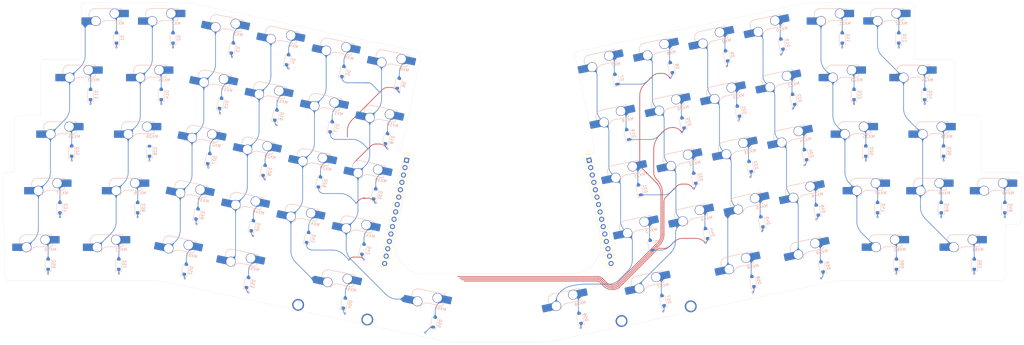
<source format=kicad_pcb>
(kicad_pcb (version 20240108) (generator "pcbnew") (generator_version "8.0")
  (layers (0 "F.Cu" signal) (31 "B.Cu" signal) (34 "B.Paste" user) (35 "F.Paste" user) (36 "B.SilkS" user "B.Silkscreen") (37 "F.SilkS" user "F.Silkscreen") (38 "B.Mask" user) (39 "F.Mask" user) (44 "Edge.Cuts" user))
  (net 0 "")
  (net 1 "Net-(D1-K)")
  (net 2 "Net-(D1-A)")
  (net 3 "Net-(D2-A)")
  (net 4 "Net-(D3-A)")
  (net 5 "Net-(D4-A)")
  (net 6 "Net-(D5-A)")
  (net 7 "Net-(D6-A)")
  (net 8 "Net-(D7-A)")
  (net 9 "Net-(D8-A)")
  (net 10 "Net-(D9-A)")
  (net 11 "Net-(D10-A)")
  (net 12 "Net-(D11-A)")
  (net 13 "Net-(D12-A)")
  (net 14 "Net-(D13-A)")
  (net 15 "Net-(D13-K)")
  (net 16 "Net-(D14-A)")
  (net 17 "Net-(D15-A)")
  (net 18 "Net-(D16-A)")
  (net 19 "Net-(D17-A)")
  (net 20 "Net-(D18-A)")
  (net 21 "Net-(D19-A)")
  (net 22 "Net-(D20-A)")
  (net 23 "Net-(D21-A)")
  (net 24 "Net-(D22-A)")
  (net 25 "Net-(D23-A)")
  (net 26 "Net-(D24-A)")
  (net 27 "Net-(D25-A)")
  (net 28 "Net-(D25-K)")
  (net 29 "Net-(D26-A)")
  (net 30 "Net-(D27-A)")
  (net 31 "Net-(D28-A)")
  (net 32 "Net-(D29-A)")
  (net 33 "Net-(D30-A)")
  (net 34 "Net-(D31-A)")
  (net 35 "Net-(D32-A)")
  (net 36 "Net-(D33-A)")
  (net 37 "Net-(D34-A)")
  (net 38 "Net-(D35-A)")
  (net 39 "Net-(D36-A)")
  (net 40 "Net-(D37-A)")
  (net 41 "Net-(D37-K)")
  (net 42 "Net-(D38-A)")
  (net 43 "Net-(D39-A)")
  (net 44 "Net-(D40-A)")
  (net 45 "Net-(D41-A)")
  (net 46 "Net-(D42-A)")
  (net 47 "Net-(D43-A)")
  (net 48 "Net-(D44-A)")
  (net 49 "Net-(D45-A)")
  (net 50 "Net-(D46-A)")
  (net 51 "Net-(D47-A)")
  (net 52 "Net-(D48-A)")
  (net 53 "Net-(D49-A)")
  (net 54 "Net-(D50-A)")
  (net 55 "Net-(D50-K)")
  (net 56 "Net-(D51-A)")
  (net 57 "Net-(D52-A)")
  (net 58 "Net-(D53-A)")
  (net 59 "Net-(D54-A)")
  (net 60 "Net-(D55-A)")
  (net 61 "Net-(D56-A)")
  (net 62 "Net-(D57-A)")
  (net 63 "Net-(D58-A)")
  (net 64 "Net-(D59-A)")
  (net 65 "Net-(D60-A)")
  (net 66 "Net-(D61-A)")
  (net 97 "Net-(MX1-Pad1)")
  (net 98 "Net-(MX14-Pad1)")
  (net 99 "Net-(MX15-Pad1)")
  (net 100 "Net-(MX16-Pad1)")
  (net 101 "Net-(MX17-Pad1)")
  (net 102 "Net-(MX18-Pad1)")
  (net 103 "Net-(MX19-Pad1)")
  (net 104 "Net-(MX20-Pad1)")
  (net 105 "Net-(MX21-Pad1)")
  (net 106 "Net-(MX10-Pad1)")
  (net 107 "Net-(MX11-Pad1)")
  (net 108 "Net-(MX12-Pad1)")
  (footprint "PCM_marbastlib-mx:STAB_MX_P_2u" (layer "F.Cu") (at 248.600368 225.732323 -168)
    (property "Reference" "S2" (hide yes))
    (property "Value" "MX_stab")
  )
  (footprint "Connector_PinHeader_2.54mm:PinHeader_1x15_P2.54mm_Vertical" (layer "F.Cu") (at 165.987888 180.878401 -12)
    (property "Reference" "J1")
    (property "Value" "Conn_01x15")
  )
  (footprint "Connector_PinHeader_2.54mm:PinHeader_1x15_P2.54mm_Vertical" (layer "F.Cu") (at 227.473867 180.884742 12)
    (property "Reference" "J2")
    (property "Value" "Conn_01x15")
  )
  (footprint "PCM_marbastlib-mx:STAB_MX_P_2.25u" (layer "F.Cu") (at 142.562006 225.237233 168)
    (property "Reference" "S1" (hide yes))
    (property "Value" "MX_stab")
  )
  (footprint "Diode_SMD:D_SOD-123" (layer "B.Cu") (at 240.483953 172.276687 102)
    (property "Reference" "D19")
    (property "Value" "D")
  )
  (footprint "PCM_marbastlib-mx:SW_MX_HS_CPG151101S11_1u" (layer "B.Cu") (at 142.100379 147.236758 168)
    (property "Reference" "MX5")
    (property "Value" "MX_SW_HS")
  )
  (footprint "Diode_SMD:D_SOD-123" (layer "B.Cu") (at 103.317737 161.714773 78)
    (property "Reference" "D15")
    (property "Value" "D")
  )
  (footprint "PCM_marbastlib-mx:SW_MX_HS_CPG151101S11_1.25u" (layer "B.Cu") (at 327.914 212.6996 180)
    (property "Reference" "MX60")
    (property "Value" "MX_SW_HS")
  )
  (footprint "Diode_SMD:D_SOD-123" (layer "B.Cu") (at 99.357019 180.348485 78)
    (property "Reference" "D27")
    (property "Value" "D")
  )
  (footprint "PCM_marbastlib-mx:SW_MX_HS_CPG151101S11_1u" (layer "B.Cu") (at 76.02855 174.625 180)
    (property "Reference" "MX26")
    (property "Value" "MX_SW_HS")
  )
  (footprint "PCM_marbastlib-mx:SW_MX_HS_CPG151101S11_1u" (layer "B.Cu") (at 142.562006 225.237233 168)
    (property "Reference" "MX54")
    (property "Value" "MX_SW_HS")
  )
  (footprint "PCM_marbastlib-mx:SW_MX_HS_CPG151101S11_1u" (layer "B.Cu") (at 80.0989 155.575 180)
    (property "Reference" "MX14")
    (property "Value" "MX_SW_HS")
  )
  (footprint "Diode_SMD:D_SOD-123" (layer "B.Cu") (at 68.2625 139.7 90)
    (property "Reference" "D1")
    (property "Value" "D")
  )
  (footprint "PCM_marbastlib-mx:SW_MX_HS_CPG151101S11_1u" (layer "B.Cu") (at 84.1375 136.525 180)
    (property "Reference" "MX2")
    (property "Value" "MX_SW_HS")
  )
  (footprint "Diode_SMD:D_SOD-123" (layer "B.Cu") (at 367.50625 196.85 90)
    (property "Reference" "D49")
    (property "Value" "D")
  )
  (footprint "PCM_marbastlib-mx:SW_MX_HS_CPG151101S11_1u" (layer "B.Cu") (at 292.61935 157.949035 -168)
    (property "Reference" "MX22")
    (property "Value" "MX_SW_HS")
  )
  (footprint "PCM_marbastlib-mx:SW_MX_HS_CPG151101S11_1.25u" (layer "B.Cu") (at 278.88015 219.296157 -168)
    (property "Reference" "MX58")
    (property "Value" "MX_SW_HS")
  )
  (footprint "PCM_marbastlib-mx:SW_MX_HS_CPG151101S11_1u" (layer "B.Cu") (at 321.46875 193.675 180)
    (property "Reference" "MX47")
    (property "Value" "MX_SW_HS")
  )
  (footprint "Diode_SMD:D_SOD-123" (layer "B.Cu") (at 136.637437 188.208786 78)
    (property "Reference" "D29")
    (property "Value" "D")
  )
  (footprint "Diode_SMD:D_SOD-123" (layer "B.Cu") (at 330.99375 215.9 90)
    (property "Reference" "D60")
    (property "Value" "D")
  )
  (footprint "Diode_SMD:D_SOD-123" (layer "B.Cu") (at 285.672812 201.622675 102)
    (property "Reference" "D45")
    (property "Value" "D")
  )
  (footprint "PCM_marbastlib-mx:SW_MX_HS_CPG151101S11_1u" (layer "B.Cu") (at 288.658633 139.315323 -168)
    (property "Reference" "MX10")
    (property "Value" "MX_SW_HS")
  )
  (footprint "PCM_marbastlib-mx:SW_MX_HS_CPG151101S11_1u" (layer "B.Cu") (at 220.6498 231.6734 -168)
    (property "Reference" "MX56")
    (property "Value" "MX_SW_HS")
  )
  (footprint "PCM_marbastlib-mx:SW_MX_HS_CPG151101S11_1u" (layer "B.Cu") (at 277.946356 180.543464 -168)
    (property "Reference" "MX33")
    (property "Value" "MX_SW_HS")
  )
  (footprint "PCM_marbastlib-mx:SW_MX_HS_CPG151101S11_1u" (layer "B.Cu") (at 130.218226 203.137894 168)
    (property "Reference" "MX41")
    (property "Value" "MX_SW_HS")
  )
  (footprint "PCM_marbastlib-mx:SW_MX_HS_CPG151101S11_1u" (layer "B.Cu") (at 251.391209 147.236758 -168)
    (property "Reference" "MX8")
    (property "Value" "MX_SW_HS")
  )
  (footprint "PCM_marbastlib-mx:SW_MX_HS_CPG151101S11_1u" (layer "B.Cu") (at 104.832955 139.315323 168)
    (property "Reference" "MX3")
    (property "Value" "MX_SW_HS")
  )
  (footprint "PCM_marbastlib-mx:SW_MX_HS_CPG151101S11_1u" (layer "B.Cu") (at 148.851938 207.098611 168)
    (property "Reference" "MX42")
    (property "Value" "MX_SW_HS")
  )
  (footprint "PCM_marbastlib-mx:SW_MX_HS_CPG151101S11_1u" (layer "B.Cu") (at 364.33125 193.675 180)
    (property "Reference" "MX49")
    (property "Value" "MX_SW_HS")
  )
  (footprint "Diode_SMD:D_SOD-123" (layer "B.Cu") (at 267.0391 205.583393 102)
    (property "Reference" "D44")
    (property "Value" "D")
  )
  (footprint "PCM_marbastlib-mx:SW_MX_HS_CPG151101S11_1u" (layer "B.Cu") (at 328.422 136.49375 180)
    (property "Reference" "MX12")
    (property "Value" "MX_SW_HS")
  )
  (footprint "Diode_SMD:D_SOD-123" (layer "B.Cu") (at 277.751377 164.355251 102)
    (property "Reference" "D21")
    (property "Value" "D")
  )
  (footprint "Diode_SMD:D_SOD-123" (layer "B.Cu") (at 163.17959 154.963214 78)
    (property "Reference" "D6")
    (property "Value" "D")
  )
  (footprint "Diode_SMD:D_SOD-123" (layer "B.Cu") (at 296.385089 160.394534 102)
    (property "Reference" "D22")
    (property "Value" "D")
  )
  (footprint "Diode_SMD:D_SOD-123" (layer "B.Cu") (at 255.156947 149.682257 102)
    (property "Reference" "D8")
    (property "Value" "D")
  )
  (footprint "PCM_marbastlib-mx:SW_MX_HS_CPG151101S11_1.25u" (layer "B.Cu") (at 65.5701 212.725 180)
    (property "Reference" "MX51")
    (property "Value" "MX_SW_HS")
  )
  (footprint "PCM_marbastlib-mx:SW_MX_HS_CPG151101S11_1u" (layer "B.Cu") (at 263.273362 203.137894 -168)
    (property "Reference" "MX44")
    (property "Value" "MX_SW_HS")
  )
  (footprint "Diode_SMD:D_SOD-123" (layer "B.Cu") (at 331.7875 139.7 90)
    (property "Reference" "D12")
    (property "Value" "D")
  )
  (footprint "PCM_marbastlib-mx:SW_MX_HS_CPG151101S11_1u" (layer "B.Cu") (at 111.584514 199.177176 168)
    (property "Reference" "MX40")
    (property "Value" "MX_SW_HS")
  )
  (footprint "Diode_SMD:D_SOD-123" (layer "B.Cu") (at 140.58516 169.636208 78)
    (property "Reference" "D17")
    (property "Value" "D")
  )
  (footprint "Diode_SMD:D_SOD-123" (layer "B.Cu") (at 340.51875 158.75 90)
    (property "Reference" "D24")
    (property "Value" "D")
  )
  (footprint "PCM_marbastlib-mx:SW_MX_HS_CPG151101S11_1.5u" (layer "B.Cu") (at 56.2864 155.575 180)
    (property "Reference" "MX13")
    (property "Value" "MX_SW_HS")
  )
  (footprint "PCM_marbastlib-mx:SW_MX_HS_CPG151101S11_1u" (layer "B.Cu") (at 138.139661 165.87047 168)
    (property "Reference" "MX17")
    (property "Value" "MX_SW_HS")
  )
  (footprint "PCM_marbastlib-mx:SW_MX_HS_CPG151101S11_1.25u" (layer "B.Cu") (at 41.7576 212.725 180)
    (property "Reference" "MX50")
    (property "Value" "MX_SW_HS")
  )
  (footprint "Diode_SMD:D_SOD-123" (layer "B.Cu") (at 346.86875 177.8 90)
    (property "Reference" "D36")
    (property "Value" "D")
  )
  (footprint "PCM_marbastlib-mx:SW_MX_HS_CPG151101S11_1u" (layer "B.Cu") (at 152.812655 188.4649 168)
    (property "Reference" "MX30")
    (property "Value" "MX_SW_HS")
  )
  (footprint "Diode_SMD:D_SOD-123" (layer "B.Cu") (at 59.53125 158.75 90)
    (property "Reference" "D13")
    (property "Value" "D")
  )
  (footprint "Diode_SMD:D_SOD-123" (layer "B.Cu") (at 53.18125 177.8 90)
    (property "Reference" "D25")
    (property "Value" "D")
  )
  (footprint "PCM_marbastlib-mx:SW_MX_HS_CPG151101S11_1u" (layer "B.Cu") (at 92.950802 195.216458 168)
    (property "Reference" "MX39")
    (property "Value" "MX_SW_HS")
  )
  (footprint "Diode_SMD:D_SOD-123" (layer "B.Cu") (at 49.2125 196.85 90)
    (property "Reference" "D37")
    (property "Value" "D")
  )
  (footprint "Diode_SMD:D_SOD-123" (layer "B.Cu") (at 236.523235 153.642975 102)
    (property "Reference" "D7")
    (property "Value" "D")
  )
  (footprint "PCM_marbastlib-mx:SW_MX_HS_CPG151101S11_1u" (layer "B.Cu") (at 134.178944 184.504182 168)
    (property "Reference" "MX29")
    (property "Value" "MX_SW_HS")
  )
  (footprint "PCM_marbastlib-mx:SW_MX_HS_CPG151101S11_1u" (layer "B.Cu") (at 236.718215 169.831188 -168)
    (property "Reference" "MX19")
    (property "Value" "MX_SW_HS")
  )
  (footprint "Diode_SMD:D_SOD-123" (layer "B.Cu") (at 273.790659 145.72154 102)
    (property "Reference" "D9")
    (property "Value" "D")
  )
  (footprint "PCM_marbastlib-mx:SW_MX_HS_CPG151101S11_1.5u" (layer "B.Cu") (at 337.1977 155.575 180)
    (property "Reference" "MX24")
    (property "Value" "MX_SW_HS")
  )
  (footprint "PCM_marbastlib-mx:SW_MX_HS_CPG151101S11_1u" (layer "B.Cu") (at 255.351927 165.87047 -168)
    (property "Reference" "MX20")
    (property "Value" "MX_SW_HS")
  )
  (footprint "PCM_marbastlib-mx:SW_MX_HS_CPG151101S11_1u" (layer "B.Cu") (at 156.773373 169.831188 168)
    (property "Reference" "MX18")
    (property "Value" "MX_SW_HS")
  )
  (footprint "PCM_marbastlib-mx:SW_MX_HS_CPG151101S11_1u" (layer "B.Cu") (at 259.312644 184.504182 -168)
    (property "Reference" "MX32")
    (property "Value" "MX_SW_HS")
  )
  (footprint "Diode_SMD:D_SOD-123" (layer "B.Cu") (at 252.366106 228.177822 102)
    (property "Reference" "D57")
    (property "Value" "D")
  )
  (footprint "PCM_marbastlib-mx:SW_MX_HS_CPG151101S11_1u" (layer "B.Cu") (at 88.990085 213.85017 168)
    (property "Reference" "MX52")
    (property "Value" "MX_SW_HS")
  )
  (footprint "PCM_marbastlib-mx:SW_MX_HS_CPG151101S11_1u" (layer "B.Cu") (at 65.0875 136.525 180)
    (property "Reference" "MX1")
    (property "Value" "MX_SW_HS")
  )
  (footprint "Diode_SMD:D_SOD-123" (layer "B.Cu") (at 324.64375 196.85 90)
    (property "Reference" "D47")
    (property "Value" "D")
  )
  (footprint "Diode_SMD:D_SOD-123" (layer "B.Cu") (at 292.424371 141.760822 102)
    (property "Reference" "D10")
    (property "Value" "D")
  )
  (footprint "Diode_SMD:D_SOD-123" (layer "B.Cu") (at 159.218872 173.596926 78)
    (property "Reference" "D18")
    (property "Value" "D")
  )
  (footprint "Diode_SMD:D_SOD-123" (layer "B.Cu") (at 263.078383 186.949681 102)
    (property "Reference" "D32")
    (property "Value" "D")
  )
  (footprint "Diode_SMD:D_SOD-123" (layer "B.Cu") (at 145.007505 229.002972 78)
    (property "Reference" "D54")
    (property "Value" "D")
  )
  (footprint "PCM_marbastlib-mx:SW_MX_HS_CPG151101S11_1u" (layer "B.Cu") (at 100.872238 157.949035 168)
    (property "Reference" "MX15")
    (property "Value" "MX_SW_HS")
  )
  (footprint "Diode_SMD:D_SOD-123" (layer "B.Cu") (at 117.990731 184.309202 78)
    (property "Reference" "D28")
    (property "Value" "D")
  )
  (footprint "PCM_marbastlib-mx:SW_MX_HS_CPG151101S11_1u" (layer "B.Cu") (at 248.600368 225.732323 -168)
    (property "Reference" "MX57")
    (property "Value" "MX_SW_HS")
  )
  (footprint "PCM_marbastlib-mx:SW_MX_HS_CPG151101S11_1u" (layer "B.Cu") (at 115.545232 180.543464 168)
    (property "Reference" "MX28")
    (property "Value" "MX_SW_HS")
  )
  (footprint "Diode_SMD:D_SOD-123" (layer "B.Cu") (at 282.645888 221.741656 102)
    (property "Reference" "D58")
    (property "Value" "D")
  )
  (footprint "Diode_SMD:D_SOD-123" (layer "B.Cu") (at 79.375 177.8 90)
    (property "Reference" "D26")
    (property "Value" "D")
  )
  (footprint "PCM_marbastlib-mx:SW_MX_HS_CPG151101S11_1u" (layer "B.Cu") (at 309.372 136.525 180)
    (property "Reference" "MX11")
    (property "Value" "MX_SW_HS")
  )
  (footprint "Diode_SMD:D_SOD-123" (layer "B.Cu") (at 312.7375 139.7 90)
    (property "Reference" "D11")
    (property "Value" "D")
  )
  (footprint "PCM_marbastlib-mx:SW_MX_HS_CPG151101S11_1u" (layer "B.Cu") (at 172.841788 231.6734 168)
    (property "Reference" "MX55")
    (property "Value" "MX_SW_HS")
  )
  (footprint "Diode_SMD:D_SOD-123" (layer "B.Cu") (at 320.675 177.8 90)
    (property "Reference" "D35")
    (property "Value" "D")
  )
  (footprint "Diode_SMD:D_SOD-123" (layer "B.Cu") (at 107.278454 143.081061 78)
    (property "Reference" "D3")
    (property "Value" "D")
  )
  (footprint "Diode_SMD:D_SOD-123" (layer "B.Cu") (at 132.663725 206.903632 78)
    (property "Reference" "D41")
    (property "Value" "D")
  )
  (footprint "PCM_marbastlib-mx:SW_MX_HS_CPG151101S11_1.75u" (layer "B.Cu") (at 45.7708 193.675 180)
    (property "Reference" "MX37")
    (property "Value" "MX_SW_HS")
  )
  (footprint "Diode_SMD:D_SOD-123" (layer "B.Cu") (at 316.70625 158.75 90)
    (property "Reference" "D23")
    (property "Value" "D")
  )
  (footprint "Diode_SMD:D_SOD-123" (layer "B.Cu") (at 69.05625 215.9 90)
    (property "Reference" "D51")
    (property "Value" "D")
  )
  (footprint "Diode_SMD:D_SOD-123" (layer "B.Cu") (at 114.030013 202.942914 78)
    (property "Reference" "D40")
    (property "Value" "D")
  )
  (footprint "PCM_marbastlib-mx:SW_MX_HS_CPG151101S11_1u" (layer "B.Cu") (at 160.734091 151.197476 168)
    (property "Reference" "MX6")
    (property "Value" "MX_SW_HS")
  )
  (footprint "Diode_SMD:D_SOD-123" (layer "B.Cu") (at 305.938028 216.790759 102)
    (property "Reference" "D59")
    (property "Value" "D")
  )
  (footprint "PCM_marbastlib-mx:SW_MX_HS_CPG151101S11_1.25u" (layer "B.Cu") (at 342.9 193.675 180)
    (property "Reference" "MX48")
    (property "Value" "MX_SW_HS")
  )
  (footprint "PCM_marbastlib-mx:SW_MX_HS_CPG151101S11_1u" (layer "B.Cu") (at 270.024921 143.276041 -168)
    (property "Reference" "MX9")
    (property "Value" "MX_SW_HS")
  )
  (footprint "PCM_marbastlib-mx:SW_MX_HS_CPG151101S11_1u" (layer "B.Cu") (at 317.4492 174.625 180)
    (property "Reference" "MX35")
    (property "Value" "MX_SW_HS")
  )
  (footprint "Diode_SMD:D_SOD-123" (layer "B.Cu") (at 224.415539 234.118899 102)
    (property "Reference" "D56")
    (property "Value" "D")
  )
  (footprint "Diode_SMD:D_SOD-123" (layer "B.Cu") (at 91.435584 217.615908 78)
    (property "Reference" "D52")
    (property "Value" "D")
  )
  (footprint "Diode_SMD:D_SOD-123" (layer "B.Cu") (at 155.258154 192.230638 78)
    (property "Reference" "D30")
    (property "Value" "D")
  )
  (footprint "PCM_marbastlib-mx:SW_MX_HS_CPG151101S11_1.25u" (layer "B.Cu") (at 109.95301 218.305977 168)
    (property "Reference" "MX53")
    (property "Value" "MX_SW_HS")
  )
  (footprint "PCM_marbastlib-mx:SW_MX_HS_CPG151101S11_1u" (layer "B.Cu") (at 71.96455 193.675 180)
    (property "Reference" "MX38")
    (property "Value" "MX_SW_HS")
  )
  (footprint "Diode_SMD:D_SOD-123" (layer "B.Cu") (at 121.951449 165.675491 78)
    (property "Reference" "D16")
    (property "Value" "D")
  )
  (footprint "Diode_SMD:D_SOD-123" (layer "B.Cu") (at 248.405389 209.54411 102)
    (property "Reference" "D43")
    (property "Value" "D")
  )
  (footprint "PCM_marbastlib-mx:SW_MX_HS_CPG151101S11_1.5u" (layer "B.Cu") (at 354.10775 212.6996 180)
    (property "Reference" "MX61")
    (property "Value" "MX_SW_HS")
  )
  (footprint "PCM_marbastlib-mx:SW_MX_HS_CPG151101S11_1u" (layer "B.Cu") (at 296.580068 176.582746 -168)
    (property "Reference" "MX34")
    (property "Value" "MX_SW_HS")
  )
  (footprint "Diode_SMD:D_SOD-123" (layer "B.Cu") (at 75.40625 196.85 90)
    (property "Reference" "D38")
    (property "Value" "D")
  )
  (footprint "Diode_SMD:D_SOD-123" (layer "B.Cu") (at 304.306524 197.661957 102)
    (property "Reference" "D46")
    (property "Value" "D")
  )
  (footprint "PCM_marbastlib-mx:SW_MX_HS_CPG151101S11_1u" (layer "B.Cu") (at 281.907074 199.177176 -168)
    (property "Reference" "MX45")
    (property "Value" "MX_SW_HS")
  )
  (footprint "Diode_SMD:D_SOD-123" (layer "B.Cu") (at 259.117665 168.315969 102)
    (property "Reference" "D20")
    (property "Value" "D")
  )
  (footprint "Diode_SMD:D_SOD-123" (layer "B.Cu") (at 112.398509 222.071716 78)
    (property "Reference" "D53")
    (property "Value" "D")
  )
  (footprint "Diode_SMD:D_SOD-123" (layer "B.Cu") (at 175.287287 235.439138 78)
    (property "Reference" "D55")
    (property "Value" "D")
  )
  (footprint "PCM_marbastlib-mx:SW_MX_HS_CPG151101S11_1u" (layer "B.Cu") (at 96.91152 176.582746 168)
    (property "Reference" "MX27")
    (property "Value" "MX_SW_HS")
  )
  (footprint "Diode_SMD:D_SOD-123" (layer "B.Cu") (at 45.24375 215.9 90)
    (property "Reference" "D50")
    (property "Value" "D")
  )
  (footprint "Diode_SMD:D_SOD-123" (layer "B.Cu") (at 125.912166 147.041779 78)
    (property "Reference" "D4")
    (property "Value" "D")
  )
  (footprint "PCM_marbastlib-mx:SW_MX_HS_CPG151101S11_1u" (layer "B.Cu") (at 119.50595 161.909752 168)
    (property "Reference" "MX16")
    (property "Value" "MX_SW_HS")
  )
  (footprint "PCM_marbastlib-mx:SW_MX_HS_CPG151101S11_1.75u" (layer "B.Cu") (at 343.64295 174.625 180)
    (property "Reference" "MX36")
    (property "Value" "MX_SW_HS")
  )
  (footprint "PCM_marbastlib-mx:SW_MX_HS_CPG151101S11_1u" (layer "B.Cu") (at 273.985638 161.909752 -168)
    (property "Reference" "MX21")
    (property "Value" "MX_SW_HS")
  )
  (footprint "PCM_marbastlib-mx:SW_MX_HS_CPG151101S11_1u" (layer "B.Cu") (at 240.678933 188.4649 -168)
    (property "Reference" "MX31")
    (property "Value" "MX_SW_HS")
  )
  (footprint "PCM_marbastlib-mx:SW_MX_HS_CPG151101S11_1u" (layer "B.Cu") (at 232.757497 151.197476 -168)
    (property "Reference" "MX7")
    (property "Value" "MX_SW_HS")
  )
  (footprint "Diode_SMD:D_SOD-123" (layer "B.Cu") (at 281.712094 182.988963 102)
    (property "Reference" "D33")
    (property "Value" "D")
  )
  (footprint "Diode_SMD:D_SOD-123" (layer "B.Cu") (at 87.3125 139.7 90)
    (property "Reference" "D2")
    (property "Value" "D")
  )
  (footprint "Diode_SMD:D_SOD-123" (layer "B.Cu") (at 346.075 196.85 90)
    (property "Reference" "D48")
    (property "Value" "D")
  )
  (footprint "Diode_SMD:D_SOD-123" (layer "B.Cu") (at 300.345806 179.028245 102)
    (property "Reference" "D34")
    (property "Value" "D")
  )
  (footprint "Diode_SMD:D_SOD-123" (layer "B.Cu") (at 244.444671 190.910399 102)
    (property "Reference" "D31")
    (property "Value" "D")
  )
  (footprint "Diode_SMD:D_SOD-123" (layer "B.Cu") (at 151.297437 210.86435 78)
    (property "Reference" "D42")
    (property "Value" "D")
  )
  (footprint "PCM_marbastlib-mx:SW_MX_HS_CPG151101S11_1u" (layer "B.Cu") (at 123.466667 143.276041 168)
    (property "Reference" "MX4")
    (property "Value" "MX_SW_HS")
  )
  (footprint "PCM_marbastlib-mx:SW_MX_HS_CPG151101S11_1.25u" (layer "B.Cu") (at 302.172289 214.34526 -168)
    (property "Reference" "MX59")
    (property "Value" "MX_SW_HS")
  )
  (footprint "Diode_SMD:D_SOD-123" (layer "B.Cu") (at 144.545878 151.002496 78)
    (property "Reference" "D5")
    (property "Value" "D")
  )
  (footprint "Diode_SMD:D_SOD-123" (layer "B.Cu") (at 95.396301 198.982196 78)
    (property "Reference" "D39")
    (property "Value" "D")
  )
  (footprint "Diode_SMD:D_SOD-123" (layer "B.Cu") (at 83.34375 158.75 90)
    (property "Reference" "D14")
    (property "Value" "D")
  )
  (footprint "PCM_marbastlib-mx:SW_MX_HS_CPG151101S11_1u" (layer "B.Cu") (at 244.63965 207.098611 -168)
    (property "Reference" "MX43")
    (property "Value" "MX_SW_HS")
  )
  (footprint "Diode_SMD:D_SOD-123" (layer "B.Cu") (at 357.1875 215.9 90)
    (property "Reference" "D61")
    (property "Value" "D")
  )
  (footprint "PCM_marbastlib-mx:SW_MX_HS_CPG151101S11_1.75u" (layer "B.Cu") (at 49.8348 174.625 180)
    (property "Reference" "MX25")
    (property "Value" "MX_SW_HS")
  )
  (footprint "PCM_marbastlib-mx:SW_MX_HS_CPG151101S11_1u" (layer "B.Cu") (at 313.3852 155.575 180)
    (property "Reference" "MX23")
    (property "Value" "MX_SW_HS")
  )
  (footprint "PCM_marbastlib-mx:SW_MX_HS_CPG151101S11_1u" (layer "B.Cu") (at 300.540786 195.216458 -168)
    (property "Reference" "MX46")
    (property "Value" "MX_SW_HS")
  )
  (gr_arc (start 373.0954 200.9086) (mid 372.65606 201.96926) (end 371.5954 202.4086) (stroke (width 0.05)) (layer "Edge.Cuts"))
  (gr_line (start 33.9764 167.396101) (end 33.9764 184.146099) (stroke (width 0.05)) (layer "Edge.Cuts"))
  (gr_arc (start 169.618159 144.174895) (mid 170.56693 144.821113) (end 170.780955 145.948923) (stroke (width 0.05)) (layer "Edge.Cuts"))
  (gr_arc (start 335.6354 127.7961) (mid 336.69606 128.23544) (end 337.1354 129.2961) (stroke (width 0.05)) (layer "Edge.Cuts"))
  (gr_arc (start 367.6194 219.9586) (mid 367.184279 221.015006) (end 366.131424 221.45865) (stroke (width 0.05)) (layer "Edge.Cuts"))
  (gr_arc (start 56.3614 129.296201) (mid 56.80074 128.23554) (end 57.861401 127.7962) (stroke (width 0.05)) (layer "Edge.Cuts"))
  (gr_line (start 162.278903 207.080884) (end 168.1734 179.3494) (stroke (width 0.05)) (layer "Edge.Cuts"))
  (gr_line (start 221.4364 219.16) (end 221.4364 219.16004) (stroke (width 0.05)) (layer "Edge.Cuts"))
  (gr_arc (start 231.217877 207.080887) (mid 229.207858 215.453206) (end 221.4364 219.16) (stroke (width 0.05)) (layer "Edge.Cuts"))
  (gr_line (start 214.179909 241.991398) (end 309.788939 221.669195) (stroke (width 0.05)) (layer "Edge.Cuts"))
  (gr_line (start 358.0204 165.8962) (end 351.5094 165.8962) (stroke (width 0.05)) (layer "Edge.Cuts"))
  (gr_line (start 83.782864 221.685137) (end 179.316892 241.991398) (stroke (width 0.05)) (layer "Edge.Cuts"))
  (gr_line (start 221.4364 219.16004) (end 172.0604 219.16004) (stroke (width 0.05)) (layer "Edge.Cuts"))
  (gr_arc (start 32.140401 221.45865) (mid 31.07974 221.01931) (end 30.6404 219.958649) (stroke (width 0.05)) (layer "Edge.Cuts"))
  (gr_arc (start 29.9264 186.446101) (mid 30.36574 185.38544) (end 31.426401 184.9461) (stroke (width 0.05)) (layer "Edge.Cuts"))
  (gr_arc (start 172.0604 219.16) (mid 164.288942 215.453206) (end 162.278923 207.080888) (stroke (width 0.05)) (layer "Edge.Cuts"))
  (gr_line (start 222.718587 145.961824) (end 229.456056 177.65931) (stroke (width 0.05)) (layer "Edge.Cuts"))
  (gr_line (start 214.179905 241.991379) (end 214.179909 241.991398) (stroke (width 0.05)) (layer "Edge.Cuts"))
  (gr_arc (start 81.698024 221.45865) (mid 82.746398 221.517091) (end 83.782864 221.685137) (stroke (width 0.05)) (layer "Edge.Cuts"))
  (gr_line (start 30.6404 203.510199) (end 30.6404 219.958649) (stroke (width 0.05)) (layer "Edge.Cuts"))
  (gr_line (start 368.4194 202.4086) (end 371.5954 202.4086) (stroke (width 0.05)) (layer "Edge.Cuts"))
  (gr_arc (start 351.5094 165.8962) (mid 350.943715 165.661885) (end 350.7094 165.0962) (stroke (width 0.05)) (layer "Edge.Cuts"))
  (gr_arc (start 349.2094 146.8461) (mid 350.27006 147.28544) (end 350.7094 148.3461) (stroke (width 0.05)) (layer "Edge.Cuts"))
  (gr_arc (start 360.3204 184.9461) (mid 359.754715 184.711785) (end 359.5204 184.1461) (stroke (width 0.05)) (layer "Edge.Cuts"))
  (gr_line (start 299.863 128.023924) (end 223.865974 144.177587) (stroke (width 0.05)) (layer "Edge.Cuts"))
  (gr_line (start 371.5954 184.9461) (end 360.3204 184.9461) (stroke (width 0.05)) (layer "Edge.Cuts"))
  (gr_arc (start 222.718587 145.961824) (mid 222.922753 144.832074) (end 223.865974 144.177587) (stroke (width 0.05)) (layer "Edge.Cuts"))
  (gr_arc (start 214.179905 241.991379) (mid 213.146079 242.15512) (end 212.1008 242.2099) (stroke (width 0.05)) (layer "Edge.Cuts"))
  (gr_arc (start 358.0204 165.8962) (mid 359.08106 166.33554) (end 359.5204 167.3962) (stroke (width 0.05)) (layer "Edge.Cuts"))
  (gr_line (start 33.176399 184.9461) (end 31.426401 184.9461) (stroke (width 0.05)) (layer "Edge.Cuts"))
  (gr_line (start 30.150657 202.660345) (end 30.453659 202.996474) (stroke (width 0.05)) (layer "Edge.Cuts"))
  (gr_line (start 373.0954 200.9086) (end 373.0954 186.4461) (stroke (width 0.05)) (layer "Edge.Cuts"))
  (gr_arc (start 56.3614 146.046199) (mid 56.127085 146.611885) (end 55.561399 146.8462) (stroke (width 0.05)) (layer "Edge.Cuts"))
  (gr_arc (start 367.6194 203.2086) (mid 367.853715 202.642915) (end 368.4194 202.4086) (stroke (width 0.05)) (layer "Edge.Cuts"))
  (gr_line (start 181.395998 242.2099) (end 212.1008 242.2099) (stroke (width 0.05)) (layer "Edge.Cuts"))
  (gr_line (start 350.7094 165.0962) (end 350.7094 148.3461) (stroke (width 0.05)) (layer "Edge.Cuts"))
  (gr_line (start 225.3234 179.3494) (end 231.217896 207.080883) (stroke (width 0.05)) (layer "Edge.Cuts"))
  (gr_arc (start 33.9764 167.396101) (mid 34.41574 166.33544) (end 35.476401 165.8961) (stroke (width 0.05)) (layer "Edge.Cuts"))
  (gr_arc (start 181.395998 242.2099) (mid 180.350721 242.15512) (end 179.316896 241.991379) (stroke (width 0.05)) (layer "Edge.Cuts"))
  (gr_line (start 311.862022 221.45865) (end 366.131424 221.45865) (stroke (width 0.05)) (layer "Edge.Cuts"))
  (gr_line (start 228.8386 178.6023) (end 225.3234 179.3494) (stroke (width 0.05)) (layer "Edge.Cuts"))
  (gr_line (start 349.2094 146.8461) (end 337.9354 146.8461) (stroke (width 0.05)) (layer "Edge.Cuts"))
  (gr_line (start 359.5204 184.1461) (end 359.5204 167.3962) (stroke (width 0.05)) (layer "Edge.Cuts"))
  (gr_arc (start 42.7874 148.346201) (mid 43.22674 147.28554) (end 44.287401 146.8462) (stroke (width 0.05)) (layer "Edge.Cuts"))
  (gr_line (start 231.217877 207.080887) (end 231.217896 207.080883) (stroke (width 0.05)) (layer "Edge.Cuts"))
  (gr_line (start 41.987399 165.8961) (end 35.476401 165.8961) (stroke (width 0.05)) (layer "Edge.Cuts"))
  (gr_line (start 367.6194 219.9586) (end 367.6194 203.2086) (stroke (width 0.05)) (layer "Edge.Cuts"))
  (gr_arc (start 309.788939 221.669195) (mid 310.819981 221.509778) (end 311.862022 221.45865) (stroke (width 0.05)) (layer "Edge.Cuts"))
  (gr_line (start 179.316896 241.991379) (end 179.316892 241.991398) (stroke (width 0.05)) (layer "Edge.Cuts"))
  (gr_line (start 32.140401 221.45865) (end 81.698024 221.45865) (stroke (width 0.05)) (layer "Edge.Cuts"))
  (gr_arc (start 30.453659 202.996474) (mid 30.592267 203.236893) (end 30.6404 203.510199) (stroke (width 0.05)) (layer "Edge.Cuts"))
  (gr_arc (start 299.863 128.023924) (mid 300.918104 127.853219) (end 301.9854 127.7961) (stroke (width 0.05)) (layer "Edge.Cuts"))
  (gr_line (start 164.043293 177.647314) (end 170.780955 145.948923) (stroke (width 0.05)) (layer "Edge.Cuts"))
  (gr_line (start 169.618159 144.174895) (end 93.547191 128.005516) (stroke (width 0.05)) (layer "Edge.Cuts"))
  (gr_line (start 172.0604 219.16) (end 172.0604 219.16004) (stroke (width 0.05)) (layer "Edge.Cuts"))
  (gr_line (start 91.466682 127.7962) (end 57.861401 127.7962) (stroke (width 0.05)) (layer "Edge.Cuts"))
  (gr_line (start 42.7874 148.346201) (end 42.7874 165.096099) (stroke (width 0.05)) (layer "Edge.Cuts"))
  (gr_line (start 29.9264 186.446101) (end 29.9264 202.104899) (stroke (width 0.05)) (layer "Edge.Cuts"))
  (gr_arc (start 229.456056 177.65931) (mid 229.341579 178.257952) (end 228.838629 178.602218) (stroke (width 0.05)) (layer "Edge.Cuts"))
  (gr_arc (start 337.9354 146.8461) (mid 337.369715 146.611785) (end 337.1354 146.0461) (stroke (width 0.05)) (layer "Edge.Cuts"))
  (gr_line (start 164.658171 178.602218) (end 164.6582 178.6023) (stroke (width 0.05)) (layer "Edge.Cuts"))
  (gr_arc (start 30.150657 202.660345) (mid 29.98458 202.404403) (end 29.9264 202.104899) (stroke (width 0.05)) (layer "Edge.Cuts"))
  (gr_line (start 337.1354 146.0461) (end 337.1354 129.2961) (stroke (width 0.05)) (layer "Edge.Cuts"))
  (gr_arc (start 42.7874 165.096099) (mid 42.553085 165.661785) (end 41.987399 165.8961) (stroke (width 0.05)) (layer "Edge.Cuts"))
  (gr_line (start 55.561399 146.8462) (end 44.287401 146.8462) (stroke (width 0.05)) (layer "Edge.Cuts"))
  (gr_line (start 56.3614 129.296201) (end 56.3614 146.046199) (stroke (width 0.05)) (layer "Edge.Cuts"))
  (gr_arc (start 91.466682 127.7962) (mid 92.512423 127.846328) (end 93.547191 128.005516) (stroke (width 0.05)) (layer "Edge.Cuts"))
  (gr_line (start 162.278923 207.080888) (end 162.278903 207.080884) (stroke (width 0.05)) (layer "Edge.Cuts"))
  (gr_line (start 168.1734 179.3494) (end 164.6582 178.6023) (stroke (width 0.05)) (layer "Edge.Cuts"))
  (gr_line (start 228.8386 178.6023) (end 228.838629 178.602218) (stroke (width 0.05)) (layer "Edge.Cuts"))
  (gr_line (start 335.6354 127.7961) (end 301.9854 127.7961) (stroke (width 0.05)) (layer "Edge.Cuts"))
  (gr_arc (start 33.9764 184.146099) (mid 33.742085 184.711785) (end 33.176399 184.9461) (stroke (width 0.05)) (layer "Edge.Cuts"))
  (gr_arc (start 371.5954 184.9461) (mid 372.65606 185.38544) (end 373.0954 186.4461) (stroke (width 0.05)) (layer "Edge.Cuts"))
  (gr_arc (start 164.658171 178.602218) (mid 164.151881 178.252809) (end 164.043293 177.647314) (stroke (width 0.05)) (layer "Edge.Cuts"))
  (segment (start 244.5258 173.922704) (end 244.5258 174.133615) (width 0.2) (layer "F.Cu") (net 1))
  (segment (start 248.779641 152.60048) (end 248.186371 153.19375) (width 0.2) (layer "F.Cu") (net 1))
  (segment (start 244.5258 178.527189) (end 244.5258 178.878588) (width 0.2) (layer "F.Cu") (net 1))
  (segment (start 244.5258 175.964173) (end 244.5258 176.169171) (width 0.2) (layer "F.Cu") (net 1))
  (segment (start 250.069407 188.372807) (end 246.81815 185.12155) (width 0.2) (layer "F.Cu") (net 1))
  (segment (start 244.5258 170.627679) (end 244.5258 171.392122) (width 0.2) (layer "F.Cu") (net 1))
  (segment (start 246.70385 185.00725) (end 246.7229 185.0263) (width 0.2) (layer "F.Cu") (net 1))
  (segment (start 159.645476 156.36875) (end 160.802467 156.36875) (width 0.2) (layer "F.Cu") (net 1))
  (segment (start 244.5258 171.392122) (end 244.5258 171.977908) (width 0.2) (layer "F.Cu") (net 1))
  (segment (start 244.5258 181.147043) (end 244.5258 181.196837) (width 0.2) (layer "F.Cu") (net 1))
  (segment (start 244.5258 181.147043) (end 244.5258 181.122146) (width 0.2) (layer "F.Cu") (net 1))
  (segment (start 244.5258 181.196837) (end 244.5258 181.221734) (width 0.2) (layer "F.Cu") (net 1))
  (segment (start 246.74195 185.04535) (end 246.761 185.0644) (width 0.2) (layer "F.Cu") (net 1))
  (segment (start 244.5258 180.723796) (end 244.5258 180.823383) (width 0.2) (layer "F.Cu") (net 1))
  (segment (start 244.5258 172.364519) (end 244.5258 172.551956) (width 0.2) (layer "F.Cu") (net 1))
  (segment (start 244.5258 159.739447) (end 244.5258 159.108284) (width 0.2) (layer "F.Cu") (net 1))
  (segment (start 244.5258 173.72353) (end 244.5258 173.910968) (width 0.2) (layer "F.Cu") (net 1))
  (segment (start 244.5258 177.747918) (end 244.5258 177.923618) (width 0.2) (layer "F.Cu") (net 1))
  (segment (start 244.5258 161.001773) (end 244.5258 161.632936) (width 0.2) (layer "F.Cu") (net 1))
  (segment (start 244.5258 168.1703) (end 244.5258 169.002119) (width 0.2) (layer "F.Cu") (net 1))
  (segment (start 246.6848 184.9882) (end 246.6467 184.9501) (width 0.2) (layer "F.Cu") (net 1))
  (segment (start 244.5258 180.549518) (end 244.5258 180.425034) (width 0.2) (layer "F.Cu") (net 1))
  (segment (start 244.5258 181.022558) (end 244.5258 181.122146) (width 0.2) (layer "F.Cu") (net 1))
  (segment (start 244.5258 175.759175) (end 244.5258 175.589299) (width 0.2) (layer "F.Cu") (net 1))
  (segment (start 244.5258 175.211558) (end 244.5258 175.281802) (width 0.2) (layer "F.Cu") (net 1))
  (segment (start 246.78005 185.08345) (end 246.7991 185.1025) (width 0.2) (layer "F.Cu") (net 1))
  (segment (start 244.5258 173.348654) (end 244.5258 173.536092) (width 0.2) (layer "F.Cu") (net 1))
  (segment (start 244.5258 175.42229) (end 244.5258 175.454545) (width 0.2) (layer "F.Cu") (net 1))
  (segment (start 244.5258 172.177082) (end 244.5258 171.977908) (width 0.2) (layer "F.Cu") (net 1))
  (segment (start 246.78005 185.08345) (end 246.761 185.0644) (width 0.2) (layer "F.Cu") (net 1))
  (segment (start 251.6632 192.220563) (end 251.6632 203.394141) (width 0.2) (layer "F.Cu") (net 1))
  (segment (start 244.5258 180.823383) (end 244.5258 180.92297) (width 0.2) (layer "F.Cu") (net 1))
  (segment (start 244.5258 177.495746) (end 244.5258 177.542695) (width 0.2) (layer "F.Cu") (net 1))
  (segment (start 157.729194 157.1625) (end 156.935444 157.95625) (width 0.2) (layer "F.Cu") (net 1))
  (segment (start 251.6632 203.394141) (end 251.6632 206.14338) (width 0.2) (layer "F.Cu") (net 1))
  (segment (start 244.5258 180.92297) (end 244.5258 181.022558) (width 0.2) (layer "F.Cu") (net 1))
  (segment (start 244.5258 161.632936) (end 244.5258 164.157588) (width 0.2) (layer "F.Cu") (net 1))
  (segment (start 244.5258 177.542695) (end 244.5258 177.589644) (width 0.2) (layer "F.Cu") (net 1))
  (segment (start 244.5258 170.024332) (end 244.5258 169.798816) (width 0.2) (layer "F.Cu") (net 1))
  (segment (start 246.6467 184.9501) (end 245.66245 183.96585) (width 0.2) (layer "F.Cu") (net 1))
  (segment (start 246.6848 184.9882) (end 246.70385 185.00725) (width 0.2) (layer "F.Cu") (net 1))
  (segment (start 244.5258 175.454545) (end 244.5258 175.589299) (width 0.2) (layer "F.Cu") (net 1))
  (segment (start 246.81815 185.12155) (end 246.7991 185.1025) (width 0.2) (layer "F.Cu") (net 1))
  (segment (start 244.5258 169.646501) (end 244.5258 169.798816) (width 0.2) (layer "F.Cu") (net 1))
  (segment (start 244.5258 177.589644) (end 244.5258 177.636593) (width 0.2) (layer "F.Cu") (net 1))
  (segment (start 244.5258 175.141314) (end 244.5258 175.211558) (width 0.2) (layer "F.Cu") (net 1))
  (segment (start 244.5258 169.494186) (end 244.5258 169.646501) (width 0.2) (layer "F.Cu") (net 1))
  (segment (start 244.5258 164.8079) (end 244.5258 164.157588) (width 0.2) (layer "F.Cu") (net 1))
  (segment (start 235.2167 222.885) (end 235.19687 222.885) (width 0.2) (layer "F.Cu") (net 1))
  (segment (start 244.5258 179.628336) (end 244.5258 179.440899) (width 0.2) (layer "F.Cu") (net 1))
  (segment (start 246.6467 184.9501) (end 246.6848 184.9882) (width 0.2) (layer "F.Cu") (net 1))
  (segment (start 244.5258 176.916008) (end 244.5258 177.115183) (width 0.2) (layer "F.Cu") (net 1))
  (segment (start 163.5125 157.95625) (end 162.71875 157.1625) (width 0.2) (layer "F.Cu") (net 1))
  (segment (start 233.3879 222.1357) (end 233.2863 222.0341) (width 0.2) (layer "F.Cu") (net 1))
  (segment (start 244.5258 172.551956) (end 244.5258 172.739393) (width 0.2) (layer "F.Cu") (net 1))
  (segment (start 244.5258 180.723796) (end 244.5258 180.698899) (width 0.2) (layer "F.Cu") (net 1))
  (segment (start 244.5258 176.716833) (end 244.5258 176.916008) (width 0.2) (layer "F.Cu") (net 1))
  (segment (start 246.78005 185.08345) (end 246.761 185.0644) (width 0.2) (layer "F.Cu") (net 1))
  (segment (start 248.186371 153.19375) (end 246.119592 155.260528) (width 0.2) (layer "F.Cu") (net 1))
  (segment (start 244.5258 177.636593) (end 244.5258 177.683542) (width 0.2) (layer "F.Cu") (net 1))
  (segment (start 244.5258 180.549518) (end 244.5258 180.698899) (width 0.2) (layer "F.Cu") (net 1))
  (segment (start 246.6848 184.9882) (end 246.70385 185.00725) (width 0.2) (layer "F.Cu") (net 1))
  (segment (start 250.691197 208.490002) (end 237.059521 222.121678) (width 0.2) (layer "F.Cu") (net 1))
  (segment (start 244.5258 159.739447) (end 244.5258 161.001773) (width 0.2) (layer "F.Cu") (net 1))
  (segment (start 246.74195 185.04535) (end 246.7229 185.0263) (width 0.2) (layer "F.Cu") (net 1))
  (segment (start 244.5258 175.026988) (end 244.5258 175.12662) (width 0.2) (layer "F.Cu") (net 1))
  (segment (start 244.5258 169.341871) (end 244.5258 169.002119) (width 0.2) (layer "F.Cu") (net 1))
  (segment (start 244.5258 174.722358) (end 244.5258 174.892234) (width 0.2) (layer "F.Cu") (net 1))
  (segment (start 244.5258 174.552482) (end 244.5258 174.722358) (width 0.2) (layer "F.Cu") (net 1))
  (segment (start 244.5258 169.341871) (end 244.5258 169.494186) (width 0.2) (layer "F.Cu") (net 1))
  (segment (start 244.5258 179.393949) (end 244.5258 179.417424) (width 0.2) (layer "F.Cu") (net 1))
  (segment (start 244.5258 179.417424) (end 244.5258 179.440899) (width 0.2) (layer "F.Cu") (net 1))
  (segment (start 244.5258 173.922704) (end 244.5258 173.910968) (width 0.2) (layer "F.Cu") (net 1))
  (segment (start 244.5258 176.716833) (end 244.5258 176.169171) (width 0.2) (layer "F.Cu") (net 1))
  (segment (start 244.5258 173.536092) (end 244.5258 173.72353) (width 0.2) (layer "F.Cu") (net 1))
  (segment (start 246.74195 185.04535) (end 246.7229 185.0263) (width 0.2) (layer "F.Cu") (net 1))
  (segment (start 230.427213 220.091) (end 183.2102 220.091) (width 0.2) (layer "F.Cu") (net 1))
  (segment (start 146.05 170.939597) (end 146.05 173.0375) (width 0.2) (layer "F.Cu") (net 1))
  (segment (start 244.5258 179.628336) (end 244.5258 180.026685) (width 0.2) (layer "F.Cu") (net 1))
  (segment (start 244.5258 173.348654) (end 244.5258 172.739393) (width 0.2) (layer "F.Cu") (net 1))
  (segment (start 246.78005 185.08345) (end 246.7991 185.1025) (width 0.2) (layer "F.Cu") (net 1))
  (segment (start 244.5258 175.352046) (end 244.5258 175.42229) (width 0.2) (layer "F.Cu") (net 1))
  (segment (start 254 152.4) (end 254.79375 153.19375) (width 0.2) (layer "F.Cu") (net 1))
  (segment (start 244.5258 178.878588) (end 244.5258 179.229987) (width 0.2) (layer "F.Cu") (net 1))
  (segment (start 246.81815 185.12155) (end 246.8372 185.1406) (width 0.2) (layer "F.Cu") (net 1))
  (segment (start 244.5258 177.290883) (end 244.5258 177.443108) (width 0.2) (layer "F.Cu") (net 1))
  (segment (start 244.5258 166.319224) (end 244.5258 167.830548) (width 0.2) (layer "F.Cu") (net 1))
  (segment (start 244.5258 175.12662) (end 244.5258 175.141314) (width 0.2) (layer "F.Cu") (net 1))
  (segment (start 244.5258 175.759175) (end 244.5258 175.964173) (width 0.2) (layer "F.Cu") (net 1))
  (segment (start 244.5258 170.024332) (end 244.5258 170.627679) (width 0.2) (layer "F.Cu") (net 1))
  (segment (start 244.5258 175.026988) (end 244.5258 174.892234) (width 0.2) (layer "F.Cu") (net 1))
  (segment (start 244.5258 164.8079) (end 244.5258 166.319224) (width 0.2) (layer "F.Cu") (net 1))
  (segment (start 231.9909 220.7387) (end 233.2863 222.0341) (width 0.2) (layer "F.Cu") (net 1))
  (segment (start 246.81815 185.12155) (end 246.7991 185.1025) (width 0.2) (layer "F.Cu") (net 1))
  (segment (start 244.5258 174.133615) (end 244.5258 174.552482) (width 0.2) (layer "F.Cu") (net 1))
  (segment (start 244.5258 167.830548) (end 244.5258 168.1703) (width 0.2) (layer "F.Cu") (net 1))
  (segment (start 244.5258 179.393949) (end 244.5258 179.229987) (width 0.2) (layer "F.Cu") (net 1))
  (segment (start 244.5258 178.034942) (end 244.5258 178.433291) (width 0.2) (layer "F.Cu") (net 1))
  (segment (start 244.5258 178.034942) (end 244.5258 177.923618) (width 0.2) (layer "F.Cu") (net 1))
  (segment (start 244.5258 177.683542) (end 244.5258 177.747918) (width 0.2) (layer "F.Cu") (net 1))
  (segment (start 246.70385 185.00725) (end 246.7229 185.0263) (width 0.2) (layer "F.Cu") (net 1))
  (segment (start 244.5258 172.177082) (end 244.5258 172.364519) (width 0.2) (layer "F.Cu") (net 1))
  (segment (start 252.083717 151.60625) (end 251.179925 151.60625) (width 0.2) (layer "F.Cu") (net 1))
  (segment (start 147.533441 167.358252) (end 156.935444 157.95625) (width 0.2) (layer "F.Cu") (net 1))
  (segment (start 244.5258 180.026685) (end 244.5258 180.425034) (width 0.2) (layer "F.Cu") (net 1))
  (segment (start 244.5258 175.281802) (end 244.5258 175.352046) (width 0.2) (layer "F.Cu") (net 1))
  (segment (start 244.5258 177.495746) (end 244.5258 177.443108) (width 0.2) (layer "F.Cu") (net 1))
  (segment (start 244.5258 177.115183) (end 244.5258 177.290883) (width 0.2) (layer "F.Cu") (net 1))
  (segment (start 246.74195 185.04535) (end 246.761 185.0644) (width 0.2) (layer "F.Cu") (net 1))
  (segment (start 244.5258 178.433291) (end 244.5258 178.527189) (width 0.2) (layer "F.Cu") (net 1))
  (via (at 248.186371 153.19375) (size 0.6) (drill 0.3) (layers "F.Cu" "B.Cu") (net 1))
  (via (at 107.15625 146.05) (size 0.6) (drill 0.3) (layers "F.Cu" "B.Cu") (net 1))
  (via (at 87.3125 142.875) (size 0.6) (drill 0.3) (layers "F.Cu" "B.Cu") (net 1))
  (via (at 68.2625 142.875) (size 0.6) (drill 0.3) (layers "F.Cu" "B.Cu") (net 1))
  (via (at 163.5125 157.95625) (size 0.6) (drill 0.3) (layers "F.Cu" "B.Cu") (net 1))
  (via (at 126.20625 150.01875) (size 0.6) (drill 0.3) (layers "F.Cu" "B.Cu") (net 1))
  (via (at 331.7875 142.875) (size 0.6) (drill 0.3) (layers "F.Cu" "B.Cu") (net 1))
  (via (at 156.935444 157.95625) (size 0.6) (drill 0.3) (layers "F.Cu" "B.Cu") (net 1))
  (via (at 254.79375 153.19375) (size 0.6) (drill 0.3) (layers "F.Cu" "B.Cu") (net 1))
  (via (at 312.7375 142.875) (size 0.6) (drill 0.3) (layers "F.Cu" "B.Cu") (net 1))
  (via (at 273.84375 149.225) (size 0.6) (drill 0.3) (layers "F.Cu" "B.Cu") (net 1))
  (via (at 292.1 145.25625) (size 0.6) (drill 0.3) (layers "F.Cu" "B.Cu") (net 1))
  (arc (start 157.729194 157.1625) (mid 158.608391 156.575038) (end 159.645476 156.36875) (width 0.2) (layer "F.Cu") (net 1))
  (arc (start 231.9909 220.7387) (mid 231.273474 220.259331) (end 230.427213 220.091) (width 0.2) (layer "F.Cu") (net 1))
  (arc (start 246.119592 155.260528) (mid 244.940013 157.025893) (end 244.5258 159.108284) (width 0.2) (layer "F.Cu") (net 1))
  (arc (start 246.7229 185.0263) (mid 246.7229 185.0263) (end 246.7229 185.0263) (width 0.2) (layer "F.Cu") (net 1))
  (arc (start 237.059521 222.121678) (mid 236.214027 222.686619) (end 235.2167 222.885) (width 0.2) (layer "F.Cu") (net 1))
  (arc (start 246.761 185.0644) (mid 246.761 185.0644) (end 246.761 185.0644) (width 0.2) (layer "F.Cu") (net 1))
  (arc (start 251.6632 206.14338) (mid 251.410584 207.413362) (end 250.691197 208.490002) (width 0.2) (layer "F.Cu") (net 1))
  (arc (start 162.71875 157.1625) (mid 161.839552 156.575038) (end 160.802467 156.36875) (width 0.2) (layer "F.Cu") (net 1))
  (arc (start 146.05 170.939597) (mid 146.435533 169.001387) (end 147.533441 167.358252) (width 0.2) (layer "F.Cu") (net 1))
  (arc (start 246.7991 185.1025) (mid 246.7991 185.1025) (end 246.7991 185.1025) (width 0.2) (layer "F.Cu") (net 1))
  (arc (start 245.66245 183.96585) (mid 244.821205 182.706838) (end 244.5258 181.221734) (width 0.2) (layer "F.Cu") (net 1))
  (arc (start 246.70385 185.00725) (mid 246.70385 185.00725) (end 246.70385 185.00725) (width 0.2) (layer "F.Cu") (net 1))
  (arc (start 233.3879 222.1357) (mid 234.217862 222.690263) (end 235.19687 222.885) (width 0.2) (layer "F.Cu") (net 1))
  (arc (start 252.083717 151.60625) (mid 253.120802 151.812538) (end 254 152.4) (width 0.2) (layer "F.Cu") (net 1))
  (arc (start 248.779641 152.60048) (mid 249.880901 151.864642) (end 251.179925 151.60625) (width 0.2) (layer "F.Cu") (net 1))
  (arc (start 246.6848 184.9882) (mid 246.6848 184.9882) (end 246.6848 184.9882) (width 0.2) (layer "F.Cu") (net 1))
  (arc (start 251.6632 192.220563) (mid 251.248986 190.138172) (end 250.069407 188.372807) (width 0.2) (layer "F.Cu") (net 1))
  (arc (start 246.78005 185.08345) (mid 246.78005 185.08345) (end 246.78005 185.08345) (width 0.2) (layer "F.Cu") (net 1))
  (arc (start 246.74195 185.04535) (mid 246.74195 185.04535) (end 246.74195 185.04535) (width 0.2) (layer "F.Cu") (net 1))
  (arc (start 246.81815 185.12155) (mid 246.81815 185.12155) (end 246.81815 185.12155) (width 0.2) (layer "F.Cu") (net 1))
  (segment (start 126.20625 150.01875) (end 125.825752 149.638252) (width 0.2) (layer "B.Cu") (net 1))
  (segment (start 152.006743 154.78125) (end 152.113028 154.78125) (width 0.2) (layer "B.Cu") (net 1))
  (segment (start 148.775692 154.78125) (end 148.555151 154.78125) (width 0.2) (layer "B.Cu") (net 1))
  (segment (start 152.68431 154.78125) (end 152.678995 154.78125) (width 0.2) (layer "B.Cu") (net 1))
  (segment (start 152.538167 154.78125) (end 152.51691 154.78125) (width 0.2) (layer "B.Cu") (net 1))
  (segment (start 152.950022 154.78125) (end 152.965965 154.78125) (width 0.2) (layer "B.Cu") (net 1))
  (segment (start 152.782624 154.78125) (end 152.753395 154.78125) (width 0.2) (layer "B.Cu") (net 1))
  (segment (start 151.581606 154.78125) (end 151.539092 154.78125) (width 0.2) (layer "B.Cu") (net 1))
  (segment (start 152.453139 154.78125) (end 152.346854 154.78125) (width 0.2) (layer "B.Cu") (net 1))
  (segment (start 151.33715 154.78125) (end 151.252123 154.78125) (width 0.2) (layer "B.Cu") (net 1))
  (segment (start 331.7875 142.875) (end 331.7875 141.35) (width 0.2) (layer "B.Cu") (net 1))
  (segment (start 148.318668 154.78125) (end 147.861644 154.78125) (width 0.2) (layer "B.Cu") (net 1))
  (segment (start 150.912014 154.78125) (end 150.826986 154.78125) (width 0.2) (layer "B.Cu") (net 1))
  (segment (start 151.772918 154.78125) (end 151.666634 154.78125) (width 0.2) (layer "B.Cu") (net 1))
  (segment (start 152.984564 154.78125) (end 152.976593 154.78125) (width 0.2) (layer "B.Cu") (net 1))
  (segment (start 151.446091 154.78125) (end 151.454063 154.78125) (width 0.2) (layer "B.Cu") (net 1))
  (segment (start 151.252123 154.78125) (end 151.167096 154.78125) (width 0.2) (layer "B.Cu") (net 1))
  (segment (start 255.146875 152.840624) (end 254.79375 153.19375) (width 0.2) (layer "B.Cu") (net 1))
  (segment (start 153.066935 154.78125) (end 153.061621 154.78125) (width 0.2) (layer "B.Cu") (net 1))
  (segment (start 153.048335 154.78125) (end 153.027078 154.78125) (width 0.2) (layer "B.Cu") (net 1))
  (segment (start 152.006743 154.78125) (end 151.88983 154.78125) (width 0.2) (layer "B.Cu") (net 1))
  (segment (start 244.664321 155.256919) (end 236.866289 155.256919) (width 0.2) (layer "B.Cu") (net 1))
  (segment (start 151.41952 154.78125) (end 151.435463 154.78125) (width 0.2) (layer "B.Cu") (net 1))
  (segment (start 292.433712 144.922537) (end 292.1 145.25625) (width 0.2) (layer "B.Cu") (net 1))
  (segment (start 149.732254 154.78125) (end 149.604713 154.78125) (width 0.2) (layer "B.Cu") (net 1))
  (segment (start 152.971279 154.78125) (end 152.965965 154.78125) (width 0.2) (layer "B.Cu") (net 1))
  (segment (start 273.84375 149.225) (end 273.988731 149.080018) (width 0.2) (layer "B.Cu") (net 1))
  (segment (start 149.498428 154.78125) (end 149.392143 154.78125) (width 0.2) (layer "B.Cu") (net 1))
  (segment (start 152.726824 154.78125) (end 152.700253 154.78125) (width 0.2) (layer "B.Cu") (net 1))
  (segment (start 150.146762 154.78125) (end 150.090963 154.78125) (width 0.2) (layer "B.Cu") (net 1))
  (segment (start 152.229941 154.78125) (end 152.113028 154.78125) (width 0.2) (layer "B.Cu") (net 1))
  (segment (start 151.082068 154.78125) (end 150.997041 154.78125) (width 0.2) (layer "B.Cu") (net 1))
  (segment (start 149.392143 154.78125) (end 149.222088 154.78125) (width 0.2) (layer "B.Cu") (net 1))
  (segment (start 153.005821 154.78125) (end 152.984564 154.78125) (width 0.2) (layer "B.Cu") (net 1))
  (segment (start 152.296369 154.78125) (end 152.291055 154.78125) (width 0.2) (layer "B.Cu") (net 1))
  (segment (start 150.348703 154.78125) (end 150.401846 154.78125) (width 0.2) (layer "B.Cu") (net 1))
  (segment (start 151.539092 154.78125) (end 151.517836 154.78125) (width 0.2) (layer "B.Cu") (net 1))
  (segment (start 150.720701 154.78125) (end 150.678187 154.78125) (width 0.2) (layer "B.Cu") (net 1))
  (segment (start 149.222088 154.78125) (end 148.775692 154.78125) (width 0.2) (layer "B.Cu") (net 1))
  (segment (start 149.604713 154.78125) (end 149.498428 154.78125) (width 0.2) (layer "B.Cu") (net 1))
  (segment (start 152.923451 154.78125) (end 152.89688 154.78125) (width 0.2) (layer "B.Cu") (net 1))
  (segment (start 149.966078 154.78125) (end 150.000621 154.78125) (width 0.2) (layer "B.Cu") (net 1))
  (segment (start 149.923566 154.78125) (end 149.90231 154.78125) (width 0.2) (layer "B.Cu") (net 1))
  (segment (start 146.718951 154.78125) (end 147.110075 154.78125) (width 0.2) (layer "B.Cu") (net 1))
  (segment (start 151.828717 154.78125) (end 151.823403 154.78125) (width 0.2) (layer "B.Cu") (net 1))
  (segment (start 150.678187 154.78125) (end 150.635673 154.78125) (width 0.2) (layer "B.Cu") (net 1))
  (segment (start 153.080222 154.78125) (end 153.077564 154.78125) (width 0.2) (layer "B.Cu") (net 1))
  (segment (start 154.241433 155.262239) (end 156.935444 157.95625) (width 0.2) (layer "B.Cu") (net 1))
  (segment (start 148.549837 154.78125) (end 148.544523 154.78125) (width 0.2) (layer "B.Cu") (net 1))
  (segment (start 274.133713 148.730002) (end 274.133713 147.335484) (width 0.2) (layer "B.Cu") (net 1))
  (segment (start 146.240406 154.78125) (end 146.001134 154.78125) (width 0.2) (layer "B.Cu") (net 1))
  (segment (start 151.440777 154.78125) (end 151.435463 154.78125) (width 0.2) (layer "B.Cu") (net 1))
  (segment (start 152.453139 154.78125) (end 152.495653 154.78125) (width 0.2) (layer "B.Cu") (net 1))
  (segment (start 152.665709 154.78125) (end 152.67368 154.78125) (width 0.2) (layer "B.Cu") (net 1))
  (segment (start 151.834031 154.78125) (end 151.828717 154.78125) (width 0.2) (layer "B.Cu") (net 1))
  (segment (start 151.41952 154.78125) (end 151.392949 154.78125) (width 0.2) (layer "B.Cu") (net 1))
  (segment (start 148.318668 154.78125) (end 148.544523 154.78125) (width 0.2) (layer "B.Cu") (net 1))
  (segment (start 150.635673 154.78125) (end 150.571902 154.78125) (width 0.2) (layer "B.Cu") (net 1))
  (segment (start 248.186371 153.19375) (end 247.154786 154.225334) (width 0.2) (layer "B.Cu") (net 1))
  (segment (start 148.555151 154.78125) (end 148.549837 154.78125) (width 0.2) (layer "B.Cu") (net 1))
  (segment (start 292.767425 144.116884) (end 292.767425 143.374766) (width 0.2) (layer "B.Cu") (net 1))
  (segment (start 152.867652 154.78125) (end 152.89688 154.78125) (width 0.2) (layer "B.Cu") (net 1))
  (segment (start 153.027078 154.78125) (end 153.005821 154.78125) (width 0.2) (layer "B.Cu") (net 1))
  (segment (start 152.753395 154.78125) (end 152.726824 154.78125) (width 0.2) (layer "B.Cu") (net 1))
  (segment (start 150.826986 154.78125) (end 150.741958 154.78125) (width 0.2) (layer "B.Cu") (net 1))
  (segment (start 152.285741 154.78125) (end 152.229941 154.78125) (width 0.2) (layer "B.Cu") (net 1))
  (segment (start 151.49658 154.78125) (end 151.475321 154.78125) (width 0.2) (layer "B.Cu") (net 1))
  (segment (start 152.623195 154.78125) (end 152.601938 154.78125) (width 0.2) (layer "B.Cu") (net 1))
  (segment (start 152.867652 154.78125) (end 152.782624 154.78125) (width 0.2) (layer "B.Cu") (net 1))
  (segment (start 151.62412 154.78125) (end 151.602863 154.78125) (width 0.2) (layer "B.Cu") (net 1))
  (segment (start 163.085129 157.528879) (end 163.5125 157.95625) (width 0.2) (layer "B.Cu") (net 1))
  (segment (start 153.066935 154.78125) (end 153.072249 154.78125) (width 0.2) (layer "B.Cu") (net 1))
  (segment (start 151.823403 154.78125) (end 151.772918 154.78125) (width 0.2) (layer "B.Cu") (net 1))
  (segment (start 149.838539 154.78125) (end 149.732254 154.78125) (width 0.2) (layer "B.Cu") (net 1))
  (segment (start 152.644452 154.78125) (end 152.623195 154.78125) (width 0.2) (layer "B.Cu") (net 1))
  (segment (start 150.571902 154.78125) (end 150.401846 154.78125) (width 0.2) (layer "B.Cu") (net 1))
  (segment (start 147.763462 154.78125) (end 147.110075 154.78125) (width 0.2) (layer "B.Cu") (net 1))
  (segment (start 151.88983 154.78125) (end 151.834031 154.78125) (width 0.2) (layer "B.Cu") (net 1))
  (segment (start 151.602863 154.78125) (end 151.581606 154.78125) (width 0.2) (layer "B.Cu") (net 1))
  (segment (start 68.2625 142.875) (end 68.2625 141.35) (width 0.2) (layer "B.Cu") (net 1))
  (segment (start 162.836536 156.928722) (end 162.836536 156.577158) (width 0.2) (layer "B.Cu") (net 1))
  (segment (start 125.569112 149.018667) (end 125.569112 148.655723) (width 0.2) (layer "B.Cu") (net 1))
  (segment (start 255.500001 151.988104) (end 255.500001 151.296201) (width 0.2) (layer "B.Cu") (net 1))
  (segment (start 151.33715 154.78125) (end 151.366378 154.78125) (width 0.2) (layer "B.Cu") (net 1))
  (segment (start 150.997041 154.78125) (end 150.912014 154.78125) (width 0.2) (layer "B.Cu") (net 1))
  (segment (start 151.392949 154.78125) (end 151.366378 154.78125) (width 0.2) (layer "B.Cu") (net 1))
  (segment (start 144.729537 154.254537) (end 144.595757 154.120757) (width 0.2) (layer "B.Cu") (net 1))
  (segment (start 152.51691 154.78125) (end 152.495653 154.78125) (width 0.2) (layer "B.Cu") (net 1))
  (segment (start 149.90231 154.78125) (end 149.881054 154.78125) (width 0.2) (layer "B.Cu") (net 1))
  (segment (start 152.976593 154.78125) (end 152.971279 154.78125) (width 0.2) (layer "B.Cu") (net 1))
  (segment (start 150.090963 154.78125) (end 150.000621 154.78125) (width 0.2) (layer "B.Cu") (net 1))
  (segment (start 152.601938 154.78125) (end 152.580681 154.78125) (width 0.2) (layer "B.Cu") (net 1))
  (segment (start 152.950022 154.78125) (end 152.923451 154.78125) (width 0.2) (layer "B.Cu") (net 1))
  (segment (start 152.665709 154.78125) (end 152.644452 154.78125) (width 0.2) (layer "B.Cu") (net 1))
  (segment (start 149.881054 154.78125) (end 149.838539 154.78125) (width 0.2) (layer "B.Cu") (net 1))
  (segment (start 150.741958 154.78125) (end 150.720701 154.78125) (width 0.2) (layer "B.Cu") (net 1))
  (segment (start 147.861644 154.78125) (end 147.763462 154.78125) (width 0.2) (layer "B.Cu") (net 1))
  (segment (start 152.68431 154.78125) (end 152.700253 154.78125) (width 0.2) (layer "B.Cu") (net 1))
  (segment (start 152.346854 154.78125) (end 152.296369 154.78125) (width 0.2) (layer "B.Cu") (net 1))
  (segment (start 151.517836 154.78125) (end 151.49658 154.78125) (width 0.2) (layer "B.Cu") (net 1))
  (segment (start 144.202824 153.172132) (end 144.202824 152.61644) (width 0.2) (layer "B.Cu") (net 1))
  (segment (start 106.9354 145.672985) (end 106.9354 144.695005) (width 0.2) (layer "B.Cu") (net 1))
  (segment (start 149.944822 154.78125) (end 149.923566 154.78125) (width 0.2) (layer "B.Cu") (net 1))
  (segment (start 153.077564 154.78125) (end 153.072249 154.78125) (width 0.2) (layer "B.Cu") (net 1))
  (segment (start 151.666634 154.78125) (end 151.62412 154.78125) (width 0.2) (layer "B.Cu") (net 1))
  (segment (start 152.291055 154.78125) (end 152.285741 154.78125) (width 0.2) (layer "B.Cu") (net 1))
  (segment (start 151.446091 154.78125) (end 151.440777 154.78125) (width 0.2) (layer "B.Cu") (net 1))
  (segment (start 146.718951 154.78125) (end 146.240406 154.78125) (width 0.2) (layer "B.Cu") (net 1))
  (segment (start 312.7375 142.875) (end 312.7375 141.35) (width 0.2) (layer "B.Cu") (net 1))
  (segment (start 152.580681 154.78125) (end 152.538167 154.78125) (width 0.2) (layer "B.Cu") (net 1))
  (segment (start 107.045825 145.939575) (end 107.15625 146.05) (width 0.2) (layer "B.Cu") (net 1))
  (segment (start 152.678995 154.78125) (end 152.67368 154.78125) (width 0.2) (layer "B.Cu") (net 1))
  (segment (start 87.3125 142.875) (end 87.3125 141.35) (width 0.2) (layer "B.Cu") (net 1))
  (segment (start 150.348703 154.78125) (end 150.146762 154.78125) (width 0.2) (layer "B.Cu") (net 1))
  (segment (start 151.167096 154.78125) (end 151.082068 154.78125) (width 0.2) (layer "B.Cu") (net 1))
  (segment (start 153.061621 154.78125) (end 153.056307 154.78125) (width 0.2) (layer "B.Cu") (net 1))
  (segment (start 153.048335 154.78125) (end 153.056307 154.78125) (width 0.2) (layer "B.Cu") (net 1))
  (segment (start 151.475321 154.78125) (end 151.454063 154.78125) (width 0.2) (layer "B.Cu") (net 1))
  (segment (start 149.966078 154.78125) (end 149.944822 154.78125) (width 0.2) (layer "B.Cu") (net 1))
  (arc (start 292.433712 144.922537) (mid 292.680695 144.5529) (end 292.767425 144.116884) (width 0.2) (layer "B.Cu") (net 1))
  (arc (start 125.569112 149.018667) (mid 125.63581 149.353984) (end 125.825752 149.638252) (width 0.2) (layer "B.Cu") (net 1))
  (arc (start 144.202824 153.172132) (mid 144.304943 153.685524) (end 144.595757 154.120757) (width 0.2) (layer "B.Cu") (net 1))
  (arc (start 153.080222 154.78125) (mid 153.708665 154.906254) (end 154.241433 155.262239) (width 0.2) (layer "B.Cu") (net 1))
  (arc (start 273.988731 149.080018) (mid 274.096033 148.919429) (end 274.133713 148.730002) (width 0.2) (layer "B.Cu") (net 1))
  (arc (start 255.500001 151.988104) (mid 255.408226 152.449484) (end 255.146875 152.840624) (width 0.2) (layer "B.Cu") (net 1))
  (arc (start 144.729537 154.254537) (mid 145.31295 154.644361) (end 146.001134 154.78125) (width 0.2) (layer "B.Cu") (net 1))
  (arc (start 244.664321 155.256919) (mid 246.012151 154.988818) (end 247.154786 154.225334) (width 0.2) (layer "B.Cu") (net 1))
  (arc (start 163.085129 157.528879) (mid 162.901143 157.253524) (end 162.836536 156.928722) (width 0.2) (layer "B.Cu") (net 1))
  (arc (start 107.045825 145.939575) (mid 106.964098 145.817262) (end 106.9354 145.672985) (width 0.2) (layer "B.Cu") (net 1))
  (segment (start 68.2625 132.61) (end 69.4275 131.445) (width 0.2) (layer "B.Cu") (net 2))
  (segment (start 68.2625 132.61) (end 68.2625 138.05) (width 0.2) (layer "B.Cu") (net 2))
  (segment (start 87.3125 132.61) (end 87.3125 138.05) (width 0.2) (layer "B.Cu") (net 3))
  (segment (start 87.3125 132.61) (end 88.4775 131.445) (width 0.2) (layer "B.Cu") (net 3))
  (segment (start 108.877907 136.505069) (end 110.134307 135.24867) (width 0.2) (layer "B.Cu") (net 4))
  (segment (start 107.621508 139.538286) (end 107.621508 141.467117) (width 0.2) (layer "B.Cu") (net 4))
  (arc (start 107.621508 139.538286) (mid 107.948035 137.89672) (end 108.877907 136.505069) (width 0.2) (layer "B.Cu") (net 4))
  (segment (start 127.511619 140.465787) (end 128.768019 139.209388) (width 0.2) (layer "B.Cu") (net 5))
  (segment (start 126.25522 143.499004) (end 126.25522 145.427835) (width 0.2) (layer "B.Cu") (net 5))
  (arc (start 126.25522 143.499004) (mid 126.581747 141.857438) (end 127.511619 140.465787) (width 0.2) (layer "B.Cu") (net 5))
  (segment (start 144.888932 147.459721) (end 144.888932 149.388552) (width 0.2) (layer "B.Cu") (net 6))
  (segment (start 146.145331 144.426504) (end 147.401731 143.170105) (width 0.2) (layer "B.Cu") (net 6))
  (arc (start 146.145331 144.426504) (mid 145.215459 145.818155) (end 144.888932 147.459721) (width 0.2) (layer "B.Cu") (net 6))
  (segment (start 163.522644 151.420439) (end 163.522644 153.34927) (width 0.2) (layer "B.Cu") (net 7))
  (segment (start 164.779043 148.387222) (end 166.035443 147.130823) (width 0.2) (layer "B.Cu") (net 7))
  (arc (start 163.522644 151.420439) (mid 163.849171 149.778873) (end 164.779043 148.387222) (width 0.2) (layer "B.Cu") (net 7))
  (segment (start 235.946466 151.630054) (end 235.946466 145.326149) (width 0.2) (layer "B.Cu") (net 8))
  (segment (start 236.063323 151.912173) (end 236.180181 152.029031) (width 0.2) (layer "B.Cu") (net 8))
  (arc (start 235.946466 151.630054) (mid 235.976836 151.782735) (end 236.063323 151.912173) (width 0.2) (layer "B.Cu") (net 8))
  (segment (start 254.697035 147.951455) (end 254.813893 148.068313) (width 0.2) (layer "B.Cu") (net 9))
  (segment (start 254.580178 147.669336) (end 254.580178 141.365431) (width 0.2) (layer "B.Cu") (net 9))
  (arc (start 254.580178 147.669336) (mid 254.610548 147.822017) (end 254.697035 147.951455) (width 0.2) (layer "B.Cu") (net 9))
  (segment (start 273.21389 143.708619) (end 273.21389 137.404714) (width 0.2) (layer "B.Cu") (net 10))
  (segment (start 273.330747 143.990738) (end 273.447605 144.107596) (width 0.2) (layer "B.Cu") (net 10))
  (arc (start 273.330747 143.990738) (mid 273.24426 143.8613) (end 273.21389 143.708619) (width 0.2) (layer "B.Cu") (net 10))
  (segment (start 291.847602 139.747901) (end 291.847602 133.443996) (width 0.2) (layer "B.Cu") (net 11))
  (segment (start 291.964459 140.03002) (end 292.081317 140.146878) (width 0.2) (layer "B.Cu") (net 11))
  (arc (start 291.964459 140.03002) (mid 291.877972 139.900582) (end 291.847602 139.747901) (width 0.2) (layer "B.Cu") (net 11))
  (segment (start 312.7375 132.4195) (end 313.712 131.445) (width 0.2) (layer "B.Cu") (net 12))
  (segment (start 312.7375 132.4195) (end 312.7375 138.05) (width 0.2) (layer "B.Cu") (net 12))
  (segment (start 331.7875 132.38825) (end 331.7875 138.05) (width 0.2) (layer "B.Cu") (net 13))
  (segment (start 331.7875 132.38825) (end 332.762 131.41375) (width 0.2) (layer "B.Cu") (net 13))
  (segment (start 59.53125 151.59015) (end 59.53125 157.1) (width 0.2) (layer "B.Cu") (net 14))
  (segment (start 59.53125 151.59015) (end 60.6264 150.495) (width 0.2) (layer "B.Cu") (net 14))
  (segment (start 252.147089 171.45) (end 252.461521 171.135568) (width 0.2) (layer "F.Cu") (net 15))
  (segment (start 252.170408 203.619192) (end 252.170408 205.96122) (width 0.2) (layer "F.Cu") (net 15))
  (segment (start 230.497288 220.591) (end 183.9214 220.591) (width 0.2) (layer "F.Cu") (net 15))
  (segment (start 258.199948 170.887448) (end 258.7625 171.45) (width 0.2) (layer "F.Cu") (net 15))
  (segment (start 252.147089 171.45) (end 251.348223 172.248866) (width 0.2) (layer "F.Cu") (net 15))
  (segment (start 249.2375 184.937203) (end 249.2375 177.344604) (width 0.2) (layer "F.Cu") (net 15))
  (segment (start 159.54375 177.00625) (end 158.75 176.2125) (width 0.2) (layer "F.Cu") (net 15))
  (segment (start 231.587798 221.042704) (end 233.020325 222.475231) (width 0.2) (layer "F.Cu") (net 15))
  (segment (start 250.92825 208.960056) (end 237.325172 222.563134) (width 0.2) (layer "F.Cu") (net 15))
  (segment (start 255.534979 169.8625) (end 255.725505 169.8625) (width 0.2) (layer "F.Cu") (net 15))
  (segment (start 252.170408 203.619192) (end 252.170408 192.017734) (width 0.2) (layer "F.Cu") (net 15))
  (segment (start 152.974726 177.00625) (end 148.212226 181.76875) (width 0.2) (layer "F.Cu") (net 15))
  (segment (start 235.2167 223.385) (end 235.341012 223.385) (width 0.2) (layer "F.Cu") (net 15))
  (segment (start 156.833717 175.41875) (end 155.684758 175.41875) (width 0.2) (layer "F.Cu") (net 15))
  (segment (start 152.974726 177.00625) (end 153.768476 176.2125) (width 0.2) (layer "F.Cu") (net 15))
  (via (at 258.7625 171.45) (size 0.6) (drill 0.3) (layers "F.Cu" "B.Cu") (net 15))
  (via (at 340.51875 161.925) (size 0.6) (drill 0.3) (layers "F.Cu" "B.Cu") (net 15))
  (via (at 122.2375 169.06875) (size 0.6) (drill 0.3) (layers "F.Cu" "B.Cu") (net 15))
  (via (at 103.1875 165.1) (size 0.6) (drill 0.3) (layers "F.Cu" "B.Cu") (net 15))
  (via (at 277.8125 167.48125) (size 0.6) (drill 0.3) (layers "F.Cu" "B.Cu") (net 15))
  (via (at 296.06875 163.5125) (size 0.6) (drill 0.3) (layers "F.Cu" "B.Cu") (net 15))
  (via (at 159.54375 177.00625) (size 0.6) (drill 0.3) (layers "F.Cu" "B.Cu") (net 15))
  (via (at 83.34375 161.925) (size 0.6) (drill 0.3) (layers "F.Cu" "B.Cu") (net 15))
  (via (at 316.70625 161.925) (size 0.6) (drill 0.3) (layers "F.Cu" "B.Cu") (net 15))
  (via (at 252.147089 171.45) (size 0.6) (drill 0.3) (layers "F.Cu" "B.Cu") (net 15))
  (via (at 152.974726 177.00625) (size 0.6) (drill 0.3) (layers "F.Cu" "B.Cu") (net 15))
  (via (at 59.53125 161.925) (size 0.6) (drill 0.3) (layers "F.Cu" "B.Cu") (net 15))
  (arc (start 251.348223 172.248866) (mid 249.786059 174.586811) (end 249.2375 177.344604) (width 0.2) (layer "F.Cu") (net 15))
  (arc (start 237.325172 222.563134) (mid 236.414832 223.171404) (end 235.341012 223.385) (width 0.2) (layer "F.Cu") (net 15))
  (arc (start 156.833717 175.41875) (mid 157.870802 175.625038) (end 158.75 176.2125) (width 0.2) (layer "F.Cu") (net 15))
  (arc (start 231.587798 221.042704) (mid 231.087468 220.708394) (end 230.497288 220.591) (width 0.2) (layer "F.Cu") (net 15))
  (arc (start 233.020325 222.475231) (mid 234.02803 223.148558) (end 235.2167 223.385) (width 0.2) (layer "F.Cu") (net 15))
  (arc (start 250.23445 187.34405) (mid 251.667293 189.488405) (end 252.170408 192.017734) (width 0.2) (layer "F.Cu") (net 15))
  (arc (start 249.2375 184.937203) (mid 249.496598 186.239778) (end 250.23445 187.34405) (width 0.2) (layer "F.Cu") (net 15))
  (arc (start 258.199948 170.887448) (mid 257.064664 170.128876) (end 255.725505 169.8625) (width 0.2) (layer "F.Cu") (net 15))
  (arc (start 155.684758 175.41875) (mid 154.647673 175.625038) (end 153.768476 176.2125) (width 0.2) (layer "F.Cu") (net 15))
  (arc (start 252.170408 205.96122) (mid 251.847582 207.584178) (end 250.92825 208.960056) (width 0.2) (layer "F.Cu") (net 15))
  (arc (start 252.461521 171.135568) (mid 253.871636 170.19336) (end 255.534979 169.8625) (width 0.2) (layer "F.Cu") (net 15))
  (segment (start 59.53125 161.925) (end 59.53125 160.4) (width 0.2) (layer "B.Cu") (net 15))
  (segment (start 102.974683 164.736698) (end 102.974683 163.328717) (width 0.2) (layer "B.Cu") (net 15))
  (segment (start 103.1875 165.1) (end 103.081091 164.993591) (width 0.2) (layer "B.Cu") (net 15))
  (segment (start 142.026705 173.83125) (end 147.554661 173.83125) (width 0.2) (layer "B.Cu") (net 15))
  (segment (start 151.387226 175.41875) (end 152.974726 177.00625) (width 0.2) (layer "B.Cu") (net 15))
  (segment (start 140.242106 172.04665) (end 140.242106 171.250152) (width 0.2) (layer "B.Cu") (net 15))
  (segment (start 158.875818 175.866018) (end 158.875818 175.21087) (width 0.2) (layer "B.Cu") (net 15))
  (segment (start 121.608395 167.9948) (end 121.608395 167.289435) (width 0.2) (layer "B.Cu") (net 15))
  (segment (start 259.460719 170.340847) (end 259.460719 169.929913) (width 0.2) (layer "B.Cu") (net 15))
  (segment (start 340.51875 161.925) (end 340.51875 160.4) (width 0.2) (layer "B.Cu") (net 15))
  (segment (start 159.209784 176.672284) (end 159.54375 177.00625) (width 0.2) (layer "B.Cu") (net 15))
  (segment (start 259.170144 171.042355) (end 258.7625 171.45) (width 0.2) (layer "B.Cu") (net 15))
  (segment (start 296.06875 163.5125) (end 296.429521 163.151728) (width 0.2) (layer "B.Cu") (net 15))
  (segment (start 122.2375 169.06875) (end 121.922947 168.754197) (width 0.2) (layer "B.Cu") (net 15))
  (segment (start 278.094431 166.999963) (end 278.094431 165.969195) (width 0.2) (layer "B.Cu") (net 15))
  (segment (start 316.70625 161.925) (end 316.70625 160.4) (width 0.2) (layer "B.Cu") (net 15))
  (segment (start 83.34375 161.925) (end 83.34375 160.4) (width 0.2) (layer "B.Cu") (net 15))
  (segment (start 277.953465 167.340284) (end 277.8125 167.48125) (width 0.2) (layer "B.Cu") (net 15))
  (segment (start 252.147089 171.45) (end 250.926773 172.670315) (width 0.2) (layer "B.Cu") (net 15))
  (segment (start 247.980671 173.890631) (end 240.827007 173.890631) (width 0.2) (layer "B.Cu") (net 15))
  (segment (start 296.728143 162.430792) (end 296.728143 162.008478) (width 0.2) (layer "B.Cu") (net 15))
  (arc (start 259.170144 171.042355) (mid 259.385201 170.7205) (end 259.460719 170.340847) (width 0.2) (layer "B.Cu") (net 15))
  (arc (start 277.953465 167.340284) (mid 278.057795 167.184143) (end 278.094431 166.999963) (width 0.2) (layer "B.Cu") (net 15))
  (arc (start 247.980671 173.890631) (mid 249.57509 173.573481) (end 250.926773 172.670315) (width 0.2) (layer "B.Cu") (net 15))
  (arc (start 296.728143 162.430792) (mid 296.650533 162.820959) (end 296.429521 163.151728) (width 0.2) (layer "B.Cu") (net 15))
  (arc (start 142.026705 173.83125) (mid 141.343768 173.695405) (end 140.764803 173.308553) (width 0.2) (layer "B.Cu") (net 15))
  (arc (start 121.922947 168.754197) (mid 121.690144 168.405782) (end 121.608395 167.9948) (width 0.2) (layer "B.Cu") (net 15))
  (arc (start 158.875818 175.866018) (mid 158.962612 176.302366) (end 159.209784 176.672284) (width 0.2) (layer "B.Cu") (net 15))
  (arc (start 151.387226 175.41875) (mid 149.62883 174.243827) (end 147.554661 173.83125) (width 0.2) (layer "B.Cu") (net 15))
  (arc (start 102.974683 164.736698) (mid 103.002337 164.875727) (end 103.081091 164.993591) (width 0.2) (layer "B.Cu") (net 15))
  (arc (start 140.242106 172.04665) (mid 140.37795 172.729587) (end 140.764803 173.308553) (width 0.2) (layer "B.Cu") (net 15))
  (segment (start 83.34375 151.59015) (end 83.34375 157.1) (width 0.2) (layer "B.Cu") (net 16))
  (segment (start 83.34375 151.59015) (end 84.4389 150.495) (width 0.2) (layer "B.Cu") (net 16))
  (segment (start 103.660791 158.171998) (end 103.660791 160.100829) (width 0.2) (layer "B.Cu") (net 17))
  (segment (start 104.91719 155.138781) (end 106.17359 153.882382) (width 0.2) (layer "B.Cu") (net 17))
  (arc (start 104.91719 155.138781) (mid 103.987318 156.530432) (end 103.660791 158.171998) (width 0.2) (layer "B.Cu") (net 17))
  (segment (start 122.294503 162.132715) (end 122.294503 164.061547) (width 0.2) (layer "B.Cu") (net 18))
  (segment (start 123.550902 159.099498) (end 124.807302 157.843099) (width 0.2) (layer "B.Cu") (net 18))
  (arc (start 122.294503 162.132715) (mid 122.62103 160.491149) (end 123.550902 159.099498) (width 0.2) (layer "B.Cu") (net 18))
  (segment (start 142.184613 163.060216) (end 143.441013 161.803817) (width 0.2) (layer "B.Cu") (net 19))
  (segment (start 140.928214 166.093433) (end 140.928214 168.022264) (width 0.2) (layer "B.Cu") (net 19))
  (arc (start 140.928214 166.093433) (mid 141.254741 164.451867) (end 142.184613 163.060216) (width 0.2) (layer "B.Cu") (net 19))
  (segment (start 160.818325 167.020934) (end 162.074725 165.764535) (width 0.2) (layer "B.Cu") (net 20))
  (segment (start 159.561926 170.054151) (end 159.561926 171.982982) (width 0.2) (layer "B.Cu") (net 20))
  (arc (start 160.818325 167.020934) (mid 159.888453 168.412585) (end 159.561926 170.054151) (width 0.2) (layer "B.Cu") (net 20))
  (segment (start 239.907184 170.263766) (end 239.907184 163.959861) (width 0.2) (layer "B.Cu") (net 21))
  (segment (start 240.024041 170.545885) (end 240.140899 170.662743) (width 0.2) (layer "B.Cu") (net 21))
  (arc (start 240.024041 170.545885) (mid 239.937554 170.416447) (end 239.907184 170.263766) (width 0.2) (layer "B.Cu") (net 21))
  (segment (start 258.657753 166.585167) (end 258.774611 166.702025) (width 0.2) (layer "B.Cu") (net 22))
  (segment (start 258.540896 166.303048) (end 258.540896 159.999143) (width 0.2) (layer "B.Cu") (net 22))
  (arc (start 258.657753 166.585167) (mid 258.571266 166.455729) (end 258.540896 166.303048) (width 0.2) (layer "B.Cu") (net 22))
  (segment (start 277.291465 162.624449) (end 277.408323 162.741307) (width 0.2) (layer "B.Cu") (net 23))
  (segment (start 277.174607 162.342328) (end 277.174607 156.038425) (width 0.2) (layer "B.Cu") (net 23))
  (arc (start 277.174607 162.342328) (mid 277.204977 162.49501) (end 277.291465 162.624449) (width 0.2) (layer "B.Cu") (net 23))
  (segment (start 295.808319 158.381611) (end 295.808319 152.077708) (width 0.2) (layer "B.Cu") (net 24))
  (segment (start 295.925177 158.663732) (end 296.042035 158.78059) (width 0.2) (layer "B.Cu") (net 24))
  (arc (start 295.925177 158.663732) (mid 295.838689 158.534293) (end 295.808319 158.381611) (width 0.2) (layer "B.Cu") (net 24))
  (segment (start 316.70625 151.51395) (end 316.70625 157.1) (width 0.2) (layer "B.Cu") (net 25))
  (segment (start 316.70625 151.51395) (end 317.7252 150.495) (width 0.2) (layer "B.Cu") (net 25))
  (segment (start 340.51875 151.51395) (end 341.5377 150.495) (width 0.2) (layer "B.Cu") (net 26))
  (segment (start 340.51875 151.51395) (end 340.51875 157.1) (width 0.2) (layer "B.Cu") (net 26))
  (segment (start 53.18125 170.53855) (end 53.18125 176.15) (width 0.2) (layer "B.Cu") (net 27))
  (segment (start 53.18125 170.53855) (end 54.1748 169.545) (width 0.2) (layer "B.Cu") (net 27))
  (segment (start 256.901556 189.70625) (end 256.107806 190.5) (width 0.2) (layer "F.Cu") (net 28))
  (segment (start 151.562362 193.675) (end 151.566689 193.675) (width 0.2) (layer "F.Cu") (net 28))
  (segment (start 151.633652 193.675) (end 151.631592 193.675) (width 0.2) (layer "F.Cu") (net 28))
  (segment (start 151.562362 193.675) (end 151.56195 193.675) (width 0.2) (layer "F.Cu") (net 28))
  (segment (start 258.817838 188.9125) (end 260.021217 188.9125) (width 0.2) (layer "F.Cu") (net 28))
  (segment (start 151.621909 193.675) (end 151.62026 193.675) (width 0.2) (layer "F.Cu") (net 28))
  (segment (start 252.670408 194.865428) (end 252.670408 196.640456) (width 0.2) (layer "F.Cu") (net 28))
  (segment (start 151.59739 193.675) (end 151.593063 193.675) (width 0.2) (layer "F.Cu") (net 28))
  (segment (start 151.530218 193.675) (end 151.528158 193.675) (width 0.2) (layer "F.Cu") (net 28))
  (segment (start 151.745538 193.675) (end 151.74389 193.675) (width 0.2) (layer "F.Cu") (net 28))
  (segment (start 151.53228 193.675) (end 151.531867 193.675) (width 0.2) (layer "F.Cu") (net 28))
  (segment (start 151.852064 193.675) (end 151.851652 193.675) (width 0.2) (layer "F.Cu") (net 28))
  (segment (start 151.786747 193.675) (end 151.778505 193.675) (width 0.2) (layer "F.Cu") (net 28))
  (segment (start 151.708448 193.675) (end 151.695261 193.675) (width 0.2) (layer "F.Cu") (net 28))
  (segment (start 151.778505 193.675) (end 151.770263 193.675) (width 0.2) (layer "F.Cu") (net 28))
  (segment (start 151.56195 193.675) (end 151.561538 193.675) (width 0.2) (layer "F.Cu") (net 28))
  (segment (start 252.670408 205.907908) (end 252.670408 201.326744) (width 0.2) (layer "F.Cu") (net 28))
  (segment (start 251.244105 209.351308) (end 237.516116 223.079297) (width 0.2) (layer "F.Cu") (net 28))
  (segment (start 151.502608 193.675) (end 151.502196 193.675) (width 0.2) (layer "F.Cu") (net 28))
  (segment (start 151.598214 193.675) (end 151.602129 193.675) (width 0.2) (layer "F.Cu") (net 28))
  (segment (start 151.534546 193.675) (end 151.532898 193.675) (width 0.2) (layer "F.Cu") (net 28))
  (segment (start 151.536194 193.675) (end 151.534546 193.675) (width 0.2) (layer "F.Cu") (net 28))
  (segment (start 151.662293 193.675) (end 151.6557 193.675) (width 0.2) (layer "F.Cu") (net 28))
  (segment (start 151.615316 193.675) (end 151.613668 193.675) (width 0.2) (layer "F.Cu") (net 28))
  (segment (start 151.53949 193.675) (end 151.542786 193.675) (width 0.2) (layer "F.Cu") (net 28))
  (segment (start 232.666772 222.828785) (end 231.223477 221.38549) (width 0.2) (layer "F.Cu") (net 28))
  (segment (start 151.575755 193.675) (end 151.583997 193.675) (width 0.2) (layer "F.Cu") (net 28))
  (segment (start 151.53228 193.675) (end 151.532898 193.675) (width 0.2) (layer "F.Cu") (net 28))
  (segment (start 151.627472 193.675) (end 151.626854 193.675) (width 0.2) (layer "F.Cu") (net 28))
  (segment (start 151.649106 193.675) (end 151.642512 193.675) (width 0.2) (layer "F.Cu") (net 28))
  (segment (start 151.5092 193.675) (end 151.508788 193.675) (width 0.2) (layer "F.Cu") (net 28))
  (segment (start 151.53949 193.675) (end 151.537842 193.675) (width 0.2) (layer "F.Cu") (net 28))
  (segment (start 151.530218 193.675) (end 151.531454 193.675) (width 0.2) (layer "F.Cu") (net 28))
  (segment (start 151.748834 193.675) (end 151.747186 193.675) (width 0.2) (layer "F.Cu") (net 28))
  (segment (start 151.514968 193.675) (end 151.517234 193.675) (width 0.2) (layer "F.Cu") (net 28))
  (segment (start 151.629532 193.675) (end 151.628296 193.675) (width 0.2) (layer "F.Cu") (net 28))
  (segment (start 151.593063 193.675) (end 151.583997 193.675) (width 0.2) (layer "F.Cu") (net 28))
  (segment (start 151.50817 193.675) (end 151.508788 193.675) (width 0.2) (layer "F.Cu") (net 28))
  (segment (start 151.623558 193.675) (end 151.621909 193.675) (width 0.2) (layer "F.Cu") (net 28))
  (segment (start 151.940252 193.675) (end 151.905224 193.675) (width 0.2) (layer "F.Cu") (net 28))
  (segment (start 151.598214 193.675) (end 151.597802 193.675) (width 0.2) (layer "F.Cu") (net 28))
  (segment (start 155.575 195.2625) (end 154.548766 194.236266) (width 0.2) (layer "F.Cu") (net 28))
  (segment (start 151.528158 193.675) (end 151.526098 193.675) (width 0.2) (layer "F.Cu") (net 28))
  (segment (start 151.501784 193.675) (end 151.501372 193.675) (width 0.2) (layer "F.Cu") (net 28))
  (segment (start 151.627884 193.675) (end 151.627472 193.675) (width 0.2) (layer "F.Cu") (net 28))
  (segment (start 151.613668 193.675) (end 151.610371 193.675) (width 0.2) (layer "F.Cu") (net 28))
  (segment (start 151.512908 193.675) (end 151.510848 193.675) (width 0.2) (layer "F.Cu") (net 28))
  (segment (start 151.561538 193.675) (end 151.557623 193.675) (width 0.2) (layer "F.Cu") (net 28))
  (segment (start 151.501372 193.675) (end 151.50096 193.675) (width 0.2) (layer "F.Cu") (net 28))
  (segment (start 149.014008 195.2625) (end 149.965645 194.310862) (width 0.2) (layer "F.Cu") (net 28))
  (segment (start 151.514968 193.675) (end 151.512908 193.675) (width 0.2) (layer "F.Cu") (net 28))
  (segment (start 254.639057 191.968748) (end 253.326624 193.281181) (width 0.2) (layer "F.Cu") (net 28))
  (segment (start 151.83455 193.675) (end 151.799934 193.675) (width 0.2) (layer "F.Cu") (net 28))
  (segment (start 151.575755 193.675) (end 151.566689 193.675) (width 0.2) (layer "F.Cu") (net 28))
  (segment (start 151.631592 193.675) (end 151.629532 193.675) (width 0.2) (layer "F.Cu") (net 28))
  (segment (start 151.975486 193.675) (end 151.940252 193.675) (width 0.2) (layer "F.Cu") (net 28))
  (segment (start 151.739563 193.675) (end 151.742242 193.675) (width 0.2) (layer "F.Cu") (net 28))
  (segment (start 151.503226 193.675) (end 151.502608 193.675) (width 0.2) (layer "F.Cu") (net 28))
  (segment (start 151.695261 193.675) (end 151.690316 193.675) (width 0.2) (layer "F.Cu") (net 28))
  (segment (start 254.639057 191.968748) (end 256.107806 190.5) (width 0.2) (layer "F.Cu") (net 28))
  (segment (start 230.512515 221.091) (end 184.4294 221.091) (width 0.2) (layer "F.Cu") (net 28))
  (segment (start 152.080982 193.675) (end 151.975486 193.675) (width 0.2) (layer "F.Cu") (net 28))
  (segment (start 151.905224 193.675) (end 151.870196 193.675) (width 0.2) (layer "F.Cu") (net 28))
  (segment (start 151.544435 193.675) (end 151.542786 193.675) (width 0.2) (layer "F.Cu") (net 28))
  (segment (start 151.546084 193.675) (end 151.544435 193.675) (width 0.2) (layer "F.Cu") (net 28))
  (segment (start 151.616964 193.675) (end 151.615316 193.675) (width 0.2) (layer "F.Cu") (net 28))
  (segment (start 252.670408 196.640456) (end 252.670408 201.326744) (width 0.2) (layer "F.Cu") (net 28))
  (segment (start 151.6557 193.675) (end 151.649106 193.675) (width 0.2) (layer "F.Cu") (net 28))
  (segment (start 235.2167 223.885) (end 235.570978 223.885) (width 0.2) (layer "F.Cu") (net 28))
  (segment (start 151.597802 193.675) (end 151.59739 193.675) (width 0.2) (layer "F.Cu") (net 28))
  (segment (start 151.83455 193.675) (end 151.851652 193.675) (width 0.2) (layer "F.Cu") (net 28))
  (segment (start 151.682075 193.675) (end 151.683724 193.675) (width 0.2) (layer "F.Cu") (net 28))
  (segment (start 151.625206 193.675) (end 151.623558 193.675) (width 0.2) (layer "F.Cu") (net 28))
  (segment (start 151.72823 193.675) (end 151.732557 193.675) (width 0.2) (layer "F.Cu") (net 28))
  (segment (start 151.642512 193.675) (end 151.635918 193.675) (width 0.2) (layer "F.Cu") (net 28))
  (segment (start 151.628296 193.675) (end 151.627884 193.675) (width 0.2) (layer "F.Cu") (net 28))
  (segment (start 151.504874 193.675) (end 151.503226 193.675) (width 0.2) (layer "F.Cu") (net 28))
  (segment (start 151.682075 193.675) (end 151.675481 193.675) (width 0.2) (layer "F.Cu") (net 28))
  (segment (start 151.546084 193.675) (end 151.549381 193.675) (width 0.2) (layer "F.Cu") (net 28))
  (segment (start 151.752131 193.675) (end 151.748834 193.675) (width 0.2) (layer "F.Cu") (net 28))
  (segment (start 151.870196 193.675) (end 151.852476 193.675) (width 0.2) (layer "F.Cu") (net 28))
  (segment (start 151.668887 193.675) (end 151.662293 193.675) (width 0.2) (layer "F.Cu") (net 28))
  (segment (start 152.080982 193.675) (end 153.19375 193.675) (width 0.2) (layer "F.Cu") (net 28))
  (segment (start 151.537842 193.675) (end 151.536194 193.675) (width 0.2) (layer "F.Cu") (net 28))
  (segment (start 151.500754 193.675) (end 151.50096 193.675) (width 0.2) (layer "F.Cu") (net 28))
  (segment (start 151.557623 193.675) (end 151.549381 193.675) (width 0.2) (layer "F.Cu") (net 28))
  (segment (start 151.760373 193.675) (end 151.770263 193.675) (width 0.2) (layer "F.Cu") (net 28))
  (segment (start 151.526098 193.675) (end 151.523827 193.675) (width 0.2) (layer "F.Cu") (net 28))
  (segment (start 151.74389 193.675) (end 151.742242 193.675) (width 0.2) (layer "F.Cu") (net 28))
  (segment (start 151.68702 193.675) (end 151.683724 193.675) (width 0.2) (layer "F.Cu") (net 28))
  (segment (start 151.50817 193.675) (end 151.506522 193.675) (width 0.2) (layer "F.Cu") (net 28))
  (segment (start 151.610371 193.675) (end 151.602129 193.675) (width 0.2) (layer "F.Cu") (net 28))
  (segment (start 151.852476 193.675) (end 151.852064 193.675) (width 0.2) (layer "F.Cu") (net 28))
  (segment (start 151.510848 193.675) (end 151.509612 193.675) (width 0.2) (layer "F.Cu") (net 28))
  (segment (start 151.635918 193.675) (end 151.633652 193.675) (width 0.2) (layer "F.Cu") (net 28))
  (segment (start 151.72823 193.675) (end 151.71257 193.675) (width 0.2) (layer "F.Cu") (net 28))
  (segment (start 151.739563 193.675) (end 151.732557 193.675) (width 0.2) (layer "F.Cu") (net 28))
  (segment (start 151.690316 193.675) (end 151.68702 193.675) (width 0.2) (layer "F.Cu") (net 28))
  (segment (start 262.73125 190.5) (end 261.9375 189.70625) (width 0.2) (layer "F.Cu") (net 28))
  (segment (start 151.747186 193.675) (end 151.745538 193.675) (width 0.2) (layer "F.Cu") (net 28))
  (segment (start 151.708448 193.675) (end 151.71257 193.675) (width 0.2) (layer "F.Cu") (net 28))
  (segment (start 151.626854 193.675) (end 151.625206 193.675) (width 0.2) (layer "F.Cu") (net 28))
  (segment (start 151.502196 193.675) (end 151.501784 193.675) (width 0.2) (layer "F.Cu") (net 28))
  (segment (start 151.509612 193.675) (end 151.5092 193.675) (width 0.2) (layer "F.Cu") (net 28))
  (segment (start 151.675481 193.675) (end 151.668887 193.675) (width 0.2) (layer "F.Cu") (net 28))
  (segment (start 151.506522 193.675) (end 151.504874 193.675) (width 0.2) (layer "F.Cu") (net 28))
  (segment (start 151.531867 193.675) (end 151.531454 193.675) (width 0.2) (layer "F.Cu") (net 28))
  (segment (start 151.616964 193.675) (end 151.62026 193.675) (width 0.2) (layer "F.Cu") (net 28))
  (segment (start 151.799934 193.675) (end 151.786747 193.675) (width 0.2) (layer "F.Cu") (net 28))
  (segment (start 151.760373 193.675) (end 151.752131 193.675) (width 0.2) (layer "F.Cu") (net 28))
  (segment (start 151.523827 193.675) (end 151.517234 193.675) (width 0.2) (layer "F.Cu") (net 28))
  (via (at 155.575 195.2625) (size 0.6) (drill 0.3) (layers "F.Cu" "B.Cu") (net 28))
  (via (at 118.26875 187.325) (size 0.6) (drill 0.3) (layers "F.Cu" "B.Cu") (net 28))
  (via (at 300.0375 182.5625) (size 0.6) (drill 0.3) (layers "F.Cu" "B.Cu") (net 28))
  (via (at 346.86875 180.975) (size 0.6) (drill 0.3) (layers "F.Cu" "B.Cu") (net 28))
  (via (at 256.107806 190.5) (size 0.6) (drill 0.3) (layers "F.Cu" "B.Cu") (net 28))
  (via (at 99.21875 183.35625) (size 0.6) (drill 0.3) (layers "F.Cu" "B.Cu") (net 28))
  (via (at 79.375 180.975) (size 0.6) (drill 0.3) (layers "F.Cu" "B.Cu") (net 28))
  (via (at 281.78125 186.53125) (size 0.6) (drill 0.3) (layers "F.Cu" "B.Cu") (net 28))
  (via (at 262.73125 190.5) (size 0.6) (drill 0.3) (layers "F.Cu" "B.Cu") (net 28))
  (via (at 149.014008 195.2625) (size 0.6) (drill 0.3) (layers "F.Cu" "B.Cu") (net 28))
  (via (at 320.675 180.975) (size 0.6) (drill 0.3) (layers "F.Cu" "B.Cu") (net 28))
  (via (at 53.18125 180.975) (size 0.6) (drill 0.3) (layers "F.Cu" "B.Cu") (net 28))
  (arc (start 151.500754 193.675) (mid 150.669959 193.840255) (end 149.965645 194.310862) (width 0.2) (layer "F.Cu") (net 28))
  (arc (start 232.666772 222.828785) (mid 233.836689 223.610498) (end 235.2167 223.885) (width 0.2) (layer "F.Cu") (net 28))
  (arc (start 237.516116 223.079297) (mid 236.623679 223.675604) (end 235.570978 223.885) (width 0.2) (layer "F.Cu") (net 28))
  (arc (start 153.19375 193.675) (mid 153.927079 193.820868) (end 154.548766 194.236266) (width 0.2) (layer "F.Cu") (net 28))
  (arc (start 231.223477 221.38549) (mid 230.897285 221.167536) (end 230.512515 221.091) (width 0.2) (layer "F.Cu") (net 28))
  (arc (start 253.326624 193.281181) (mid 252.840952 194.008039) (end 252.670408 194.865428) (width 0.2) (layer "F.Cu") (net 28))
  (arc (start 252.670408 205.907908) (mid 252.299724 207.771463) (end 251.244105 209.351308) (width 0.2) (layer "F.Cu") (net 28))
  (arc (start 256.901556 189.70625) (mid 257.780753 189.118788) (end 258.817838 188.9125) (width 0.2) (layer "F.Cu") (net 28))
  (arc (start 260.021217 188.9125) (mid 261.058302 189.118788) (end 261.9375 189.70625) (width 0.2) (layer "F.Cu") (net 28))
  (segment (start 320.675 180.975) (end 320.675 179.45) (width 0.2) (layer "B.Cu") (net 28))
  (segment (start 263.421437 189.321777) (end 263.421437 188.563625) (width 0.2) (layer "B.Cu") (net 28))
  (segment (start 143.593943 192.0875) (end 138.043086 192.0875) (width 0.2) (layer "B.Cu") (net 28))
  (segment (start 263.076343 190.154906) (end 262.73125 190.5) (width 0.2) (layer "B.Cu") (net 28))
  (segment (start 118.26875 187.325) (end 117.923724 186.979974) (width 0.2) (layer "B.Cu") (net 28))
  (segment (start 154.9151 194.223591) (end 154.9151 193.844582) (width 0.2) (layer "B.Cu") (net 28))
  (segment (start 346.86875 180.975) (end 346.86875 179.45) (width 0.2) (layer "B.Cu") (net 28))
  (segment (start 256.107806 190.5) (end 255.095634 191.512171) (width 0.2) (layer "B.Cu") (net 28))
  (segment (start 300.36318 182.23682) (end 300.0375 182.5625) (width 0.2) (layer "B.Cu") (net 28))
  (segment (start 282.055148 186.063676) (end 282.055148 184.602907) (width 0.2) (layer "B.Cu") (net 28))
  (segment (start 136.294383 190.442931) (end 136.294383 189.82273) (width 0.2) (layer "B.Cu") (net 28))
  (segment (start 99.21875 183.35625) (end 99.116357 183.253857) (width 0.2) (layer "B.Cu") (net 28))
  (segment (start 79.375 180.975) (end 79.375 179.45) (width 0.2) (layer "B.Cu") (net 28))
  (segment (start 99.013965 183.00666) (end 99.013965 181.962429) (width 0.2) (layer "B.Cu") (net 28))
  (segment (start 147.426508 193.675) (end 149.014008 195.2625) (width 0.2) (layer "B.Cu") (net 28))
  (segment (start 252.652036 192.524343) (end 244.787725 192.524343) (width 0.2) (layer "B.Cu") (net 28))
  (segment (start 300.68886 181.450558) (end 300.68886 180.642189) (width 0.2) (layer "B.Cu") (net 28))
  (segment (start 281.918199 186.394301) (end 281.78125 186.53125) (width 0.2) (layer "B.Cu") (net 28))
  (segment (start 117.647677 186.313536) (end 117.647677 185.923146) (width 0.2) (layer "B.Cu") (net 28))
  (segment (start 136.806566 191.575316) (end 136.732931 191.501681) (width 0.2) (layer "B.Cu") (net 28))
  (segment (start 155.183099 194.870599) (end 155.575 195.2625) (width 0.2) (layer "B.Cu") (net 28))
  (segment (start 53.18125 180.975) (end 53.18125 179.45) (width 0.2) (layer "B.Cu") (net 28))
  (arc (start 117.647677 186.313536) (mid 117.719419 186.674209) (end 117.923724 186.979974) (width 0.2) (layer "B.Cu") (net 28))
  (arc (start 252.652036 192.524343) (mid 253.974501 192.261288) (end 255.095634 191.512171) (width 0.2) (layer "B.Cu") (net 28))
  (arc (start 281.918199 186.394301) (mid 282.019556 186.242609) (end 282.055148 186.063676) (width 0.2) (layer "B.Cu") (net 28))
  (arc (start 136.732931 191.501681) (mid 136.408357 191.015922) (end 136.294383 190.442931) (width 0.2) (layer "B.Cu") (net 28))
  (arc (start 263.076343 190.154906) (mid 263.331749 189.772663) (end 263.421437 189.321777) (width 0.2) (layer "B.Cu") (net 28))
  (arc (start 147.426508 193.675) (mid 145.668112 192.500077) (end 143.593943 192.0875) (width 0.2) (layer "B.Cu") (net 28))
  (arc (start 300.68886 181.450558) (mid 300.604218 181.87608) (end 300.36318 182.23682) (width 0.2) (layer "B.Cu") (net 28))
  (arc (start 99.013965 183.00666) (mid 99.040575 183.140442) (end 99.116357 183.253857) (width 0.2) (layer "B.Cu") (net 28))
  (arc (start 155.183099 194.870599) (mid 154.98475 194.573749) (end 154.9151 194.223591) (width 0.2) (layer "B.Cu") (net 28))
  (arc (start 136.806566 191.575316) (mid 137.373886 191.954387) (end 138.043086 192.0875) (width 0.2) (layer "B.Cu") (net 28))
  (segment (start 99.700073 176.805709) (end 99.700073 178.734541) (width 0.2) (layer "B.Cu") (net 30))
  (segment (start 100.956472 173.772492) (end 102.212872 172.516093) (width 0.2) (layer "B.Cu") (net 30))
  (arc (start 99.700073 176.805709) (mid 100.0266 175.164143) (end 100.956472 173.772492) (width 0.2) (layer "B.Cu") (net 30))
  (segment (start 119.590184 177.73321) (end 120.846584 176.476811) (width 0.2) (layer "B.Cu") (net 31))
  (segment (start 118.333785 180.766427) (end 118.333785 182.695258) (width 0.2) (layer "B.Cu") (net 31))
  (arc (start 118.333785 180.766427) (mid 118.660312 179.124861) (end 119.590184 177.73321) (width 0.2) (layer "B.Cu") (net 31))
  (segment (start 138.230393 181.687431) (end 139.480296 180.437529) (width 0.2) (layer "B.Cu") (net 32))
  (segment (start 136.980491 184.704963) (end 136.980491 186.594842) (width 0.2) (layer "B.Cu") (net 32))
  (arc (start 138.230393 181.687431) (mid 137.305329 183.071886) (end 136.980491 184.704963) (width 0.2) (layer "B.Cu") (net 32))
  (segment (start 155.601208 188.687863) (end 155.601208 190.616694) (width 0.2) (layer "B.Cu") (net 33))
  (segment (start 156.857607 185.654646) (end 158.114007 184.398247) (width 0.2) (layer "B.Cu") (net 33))
  (arc (start 156.857607 185.654646) (mid 155.927735 187.046297) (end 155.601208 188.687863) (width 0.2) (layer "B.Cu") (net 33))
  (segment (start 243.984759 189.179597) (end 244.101617 189.296455) (width 0.2) (layer "B.Cu") (net 34))
  (segment (start 243.867902 188.897478) (end 243.867902 182.593573) (width 0.2) (layer "B.Cu") (net 34))
  (arc (start 243.867902 188.897478) (mid 243.898272 189.050159) (end 243.984759 189.179597) (width 0.2) (layer "B.Cu") (net 34))
  (segment (start 262.501613 184.936758) (end 262.501613 178.632855) (width 0.2) (layer "B.Cu") (net 35))
  (segment (start 262.618471 185.218879) (end 262.735329 185.335737) (width 0.2) (layer "B.Cu") (net 35))
  (arc (start 262.501613 184.936758) (mid 262.531983 185.08944) (end 262.618471 185.218879) (width 0.2) (layer "B.Cu") (net 35))
  (segment (start 281.135325 180.976042) (end 281.135325 174.672137) (width 0.2) (layer "B.Cu") (net 36))
  (segment (start 281.252182 181.258161) (end 281.36904 181.375019) (width 0.2) (layer "B.Cu") (net 36))
  (arc (start 281.252182 181.258161) (mid 281.165695 181.128723) (end 281.135325 180.976042) (width 0.2) (layer "B.Cu") (net 36))
  (segment (start 299.885894 177.297443) (end 300.002752 177.414301) (width 0.2) (layer "B.Cu") (net 37))
  (segment (start 299.769037 177.015324) (end 299.769037 170.711419) (width 0.2) (layer "B.Cu") (net 37))
  (arc (start 299.769037 177.015324) (mid 299.799407 177.168005) (end 299.885894 177.297443) (width 0.2) (layer "B.Cu") (net 37))
  (segment (start 320.675 170.715733) (end 320.675 176.15) (width 0.2) (layer "B.Cu") (net 38))
  (segment (start 320.3321 169.8879) (end 319.9892 169.545) (width 0.2) (layer "B.Cu") (net 38))
  (arc (start 320.3321 169.8879) (mid 320.585883 170.267713) (end 320.675 170.715733) (width 0.2) (layer "B.Cu") (net 38))
  (segment (start 346.86875 170.6592) (end 347.98295 169.545) (width 0.2) (layer "B.Cu") (net 39))
  (segment (start 346.86875 170.6592) (end 346.86875 176.15) (width 0.2) (layer "B.Cu") (net 39))
  (segment (start 49.2125 189.4933) (end 49.2125 195.2) (width 0.2) (layer "B.Cu") (net 40))
  (segment (start 49.2125 189.4933) (end 50.1108 188.595) (width 0.2) (layer "B.Cu") (net 40))
  (segment (start 230.888435 221.795235) (end 232.3966 223.3034) (width 0.2) (layer "F.Cu") (net 41))
  (segment (start 230.395368 221.591) (end 185.293 221.591) (width 0.2) (layer "F.Cu") (net 41))
  (segment (start 146.999624 213.964803) (end 146.553571 214.410856) (width 0.2) (layer "F.Cu") (net 41))
  (segment (start 252.03764 210.5406) (end 251.18716 210.5406) (width 0.2) (layer "F.Cu") (net 41))
  (segment (start 235.735183 224.385) (end 235.007697 224.385) (width 0.2) (layer "F.Cu") (net 41))
  (segment (start 150.251233 213.51875) (end 148.076491 213.51875) (width 0.2) (layer "F.Cu") (net 41))
  (segment (start 238.839783 222.462736) (end 237.753537 223.548983) (width 0.2) (layer "F.Cu") (net 41))
  (segment (start 263.25286 207.16875) (end 259.148249 207.16875) (width 0.2) (layer "F.Cu") (net 41))
  (segment (start 238.839783 222.462736) (end 250.461229 210.84129) (width 0.2) (layer "F.Cu") (net 41))
  (segment (start 151.209375 213.915625) (end 151.60625 214.3125) (width 0.2) (layer "F.Cu") (net 41))
  (segment (start 266.7 208.75625) (end 266.427464 208.483714) (width 0.2) (layer "F.Cu") (net 41))
  (segment (start 255.976289 208.482643) (end 254.733602 209.725329) (width 0.2) (layer "F.Cu") (net 41))
  (segment (start 252.03764 210.5406) (end 252.765366 210.5406) (width 0.2) (layer "F.Cu") (net 41))
  (via (at 75.40625 200.025) (size 0.6) (drill 0.3) (layers "F.Cu" "B.Cu") (net 41))
  (via (at 95.25 202.40625) (size 0.6) (drill 0.3) (layers "F.Cu" "B.Cu") (net 41))
  (via (at 346.075 200.025) (size 0.6) (drill 0.3) (layers "F.Cu" "B.Cu") (net 41))
  (via (at 367.50625 200.025) (size 0.6) (drill 0.3) (layers "F.Cu" "B.Cu") (net 41))
  (via (at 255.976289 208.482643) (size 0.6) (drill 0.3) (layers "F.Cu" "B.Cu") (net 41))
  (via (at 285.75 204.7875) (size 0.6) (drill 0.3) (layers "F.Cu" "B.Cu") (net 41))
  (via (at 324.64375 200.025) (size 0.6) (drill 0.3) (layers "F.Cu" "B.Cu") (net 41))
  (via (at 151.60625 214.3125) (size 0.6) (drill 0.3) (layers "F.Cu" "B.Cu") (net 41))
  (via (at 49.2125 200.025) (size 0.6) (drill 0.3) (layers "F.Cu" "B.Cu") (net 41))
  (via (at 146.553571 214.410856) (size 0.6) (drill 0.3) (layers "F.Cu" "B.Cu") (net 41))
  (via (at 114.3 206.375) (size 0.6) (drill 0.3) (layers "F.Cu" "B.Cu") (net 41))
  (via (at 266.7 208.75625) (size 0.6) (drill 0.3) (layers "F.Cu" "B.Cu") (net 41))
  (via (at 304.00625 200.81875) (size 0.6) (drill 0.3) (layers "F.Cu" "B.Cu") (net 41))
  (arc (start 151.209375 213.915625) (mid 150.769775 213.621894) (end 150.251233 213.51875) (width 0.2) (layer "F.Cu") (net 41))
  (arc (start 232.3966 223.3034) (mid 233.594626 224.103922) (end 235.007697 224.385) (width 0.2) (layer "F.Cu") (net 41))
  (arc (start 255.976289 208.482643) (mid 257.431617 207.51021) (end 259.148249 207.16875) (width 0.2) (layer "F.Cu") (net 41))
  (arc (start 237.753537 223.548983) (mid 236.82752 224.167721) (end 235.735183 224.385) (width 0.2) (layer "F.Cu") (net 41))
  (arc (start 254.733602 209.725329) (mid 253.830567 210.328717) (end 252.765366 210.5406) (width 0.2) (layer "F.Cu") (net 41))
  (arc (start 230.888435 221.795235) (mid 230.662214 221.644079) (end 230.395368 221.591) (width 0.2) (layer "F.Cu") (net 41))
  (arc (start 263.25286 207.16875) (mid 264.970943 207.510498) (end 266.427464 208.483714) (width 0.2) (layer "F.Cu") (net 41))
  (arc (start 251.18716 210.5406) (mid 250.794289 210.618746) (end 250.461229 210.84129) (width 0.2) (layer "F.Cu") (net 41))
  (arc (start 146.999624 213.964803) (mid 147.493694 213.634675) (end 148.076491 213.51875) (width 0.2) (layer "F.Cu") (net 41))
  (segment (start 75.40625 200.025) (end 75.40625 198.5) (width 0.2) (layer "B.Cu") (net 41))
  (segment (start 286.015866 204.333638) (end 286.015866 203.236619) (width 0.2) (layer "B.Cu") (net 41))
  (segment (start 132.320671 209.380325) (end 132.320671 208.517576) (width 0.2) (layer "B.Cu") (net 41))
  (segment (start 113.686959 205.328473) (end 113.686959 204.556858) (width 0.2) (layer "B.Cu") (net 41))
  (segment (start 304.649578 199.725661) (end 304.649578 199.275901) (width 0.2) (layer "B.Cu") (net 41))
  (segment (start 251.409076 211.158054) (end 248.748443 211.158054) (width 0.2) (layer "B.Cu") (net 41))
  (segment (start 95.25 202.40625) (end 95.151623 202.307873) (width 0.2) (layer "B.Cu") (net 41))
  (segment (start 141.026251 211.1375) (end 134.077845 211.1375) (width 0.2) (layer "B.Cu") (net 41))
  (segment (start 95.053247 202.070371) (end 95.053247 200.59614) (width 0.2) (layer "B.Cu") (net 41))
  (segment (start 367.50625 200.025) (end 367.50625 198.5) (width 0.2) (layer "B.Cu") (net 41))
  (segment (start 266.7 208.75625) (end 267.072172 208.384077) (width 0.2) (layer "B.Cu") (net 41))
  (segment (start 254.638583 209.820348) (end 255.976289 208.482643) (width 0.2) (layer "B.Cu") (net 41))
  (segment (start 144.874007 212.731292) (end 146.553571 214.410856) (width 0.2) (layer "B.Cu") (net 41))
  (segment (start 49.2125 200.025) (end 49.2125 198.5) (width 0.2) (layer "B.Cu") (net 41))
  (segment (start 324.64375 200.025) (end 324.64375 198.5) (width 0.2) (layer "B.Cu") (net 41))
  (segment (start 267.382154 207.635716) (end 267.382154 207.197337) (width 0.2) (layer "B.Cu") (net 41))
  (segment (start 346.075 200.025) (end 346.075 198.5) (width 0.2) (layer "B.Cu") (net 41))
  (segment (start 304.00625 200.81875) (end 304.331549 200.49345) (width 0.2) (layer "B.Cu") (net 41))
  (segment (start 114.3 206.375) (end 113.993479 206.068479) (width 0.2) (layer "B.Cu") (net 41))
  (segment (start 285.75 204.7875) (end 285.882933 204.654567) (width 0.2) (layer "B.Cu") (net 41))
  (segment (start 151.280316 213.986566) (end 151.60625 214.3125) (width 0.2) (layer "B.Cu") (net 41))
  (segment (start 150.954383 213.199693) (end 150.954383 212.478294) (width 0.2) (layer "B.Cu") (net 41))
  (arc (start 141.026251 211.1375) (mid 143.108641 211.551713) (end 144.874007 212.731292) (width 0.2) (layer "B.Cu") (net 41))
  (arc (start 113.686959 205.328473) (mid 113.76662 205.728961) (end 113.993479 206.068479) (width 0.2) (layer "B.Cu") (net 41))
  (arc (start 267.382154 207.635716) (mid 267.301592 208.040726) (end 267.072172 208.384077) (width 0.2) (layer "B.Cu") (net 41))
  (arc (start 132.835335 210.622835) (mid 133.405403 211.003742) (end 134.077845 211.1375) (width 0.2) (layer "B.Cu") (net 41))
  (arc (start 304.331549 200.49345) (mid 304.566924 200.141185) (end 304.649578 199.725661) (width 0.2) (layer "B.Cu") (net 41))
  (arc (start 132.835335 210.622835) (mid 132.454427 210.052766) (end 132.320671 209.380325) (width 0.2) (layer "B.Cu") (net 41))
  (arc (start 151.280316 213.986566) (mid 151.03909 213.625545) (end 150.954383 213.199693) (width 0.2) (layer "B.Cu") (net 41))
  (arc (start 286.015866 204.333638) (mid 285.981317 204.507323) (end 285.882933 204.654567) (width 0.2) (layer "B.Cu") (net 41))
  (arc (start 254.638583 209.820348) (mid 253.156872 210.810395) (end 251.409076 211.158054) (width 0.2) (layer "B.Cu") (net 41))
  (arc (start 95.053247 202.070371) (mid 95.078814 202.198906) (end 95.151623 202.307873) (width 0.2) (layer "B.Cu") (net 41))
  (segment (start 75.40625 189.4933) (end 75.40625 195.2) (width 0.2) (layer "B.Cu") (net 42))
  (segment (start 75.40625 189.4933) (end 76.30455 188.595) (width 0.2) (layer "B.Cu") (net 42))
  (segment (start 96.995754 192.406204) (end 98.252154 191.149805) (width 0.2) (layer "B.Cu") (net 43))
  (segment (start 95.739355 195.439421) (end 95.739355 197.368252) (width 0.2) (layer "B.Cu") (net 43))
  (arc (start 95.739355 195.439421) (mid 96.065882 193.797855) (end 96.995754 192.406204) (width 0.2) (layer "B.Cu") (net 43))
  (segment (start 115.629466 196.366922) (end 116.885866 195.110523) (width 0.2) (layer "B.Cu") (net 44))
  (segment (start 114.373067 199.400139) (end 114.373067 201.32897) (width 0.2) (layer "B.Cu") (net 44))
  (arc (start 114.373067 199.400139) (mid 114.699594 197.758573) (end 115.629466 196.366922) (width 0.2) (layer "B.Cu") (net 44))
  (segment (start 134.263178 200.32764) (end 135.519578 199.071241) (width 0.2) (layer "B.Cu") (net 45))
  (segment (start 133.006779 203.360857) (end 133.006779 205.289688) (width 0.2) (layer "B.Cu") (net 45))
  (arc (start 133.006779 203.360857) (mid 133.333306 201.719291) (end 134.263178 200.32764) (width 0.2) (layer "B.Cu") (net 45))
  (segment (start 152.89689 204.288357) (end 154.15329 203.031958) (width 0.2) (layer "B.Cu") (net 46))
  (segment (start 151.640491 207.321574) (end 151.640491 209.250406) (width 0.2) (layer "B.Cu") (net 46))
  (arc (start 152.89689 204.288357) (mid 151.967018 205.680008) (end 151.640491 207.321574) (width 0.2) (layer "B.Cu") (net 46))
  (segment (start 247.945477 207.813308) (end 248.062335 207.930166) (width 0.2) (layer "B.Cu") (net 47))
  (segment (start 247.828619 207.531187) (end 247.828619 201.227284) (width 0.2) (layer "B.Cu") (net 47))
  (arc (start 247.945477 207.813308) (mid 247.858989 207.683869) (end 247.828619 207.531187) (width 0.2) (layer "B.Cu") (net 47))
  (segment (start 266.579188 203.852591) (end 266.696046 203.969449) (width 0.2) (layer "B.Cu") (net 48))
  (segment (start 266.462331 203.570472) (end 266.462331 197.266567) (width 0.2) (layer "B.Cu") (net 48))
  (arc (start 266.462331 203.570472) (mid 266.492701 203.723153) (end 266.579188 203.852591) (width 0.2) (layer "B.Cu") (net 48))
  (segment (start 285.096043 199.609754) (end 285.096043 193.305849) (width 0.2) (layer "B.Cu") (net 49))
  (segment (start 285.2129 199.891873) (end 285.329758 200.008731) (width 0.2) (layer "B.Cu") (net 49))
  (arc (start 285.096043 199.609754) (mid 285.126413 199.762435) (end 285.2129 199.891873) (width 0.2) (layer "B.Cu") (net 49))
  (segment (start 303.729755 195.649036) (end 303.729755 189.345131) (width 0.2) (layer "B.Cu") (net 50))
  (segment (start 303.846612 195.931155) (end 303.96347 196.048013) (width 0.2) (layer "B.Cu") (net 50))
  (arc (start 303.729755 195.649036) (mid 303.760125 195.801717) (end 303.846612 195.931155) (width 0.2) (layer "B.Cu") (net 50))
  (segment (start 324.64375 189.679012) (end 324.64375 195.2) (width 0.2) (layer "B.Cu") (net 51))
  (segment (start 324.32625 188.9125) (end 324.00875 188.595) (width 0.2) (layer "B.Cu") (net 51))
  (arc (start 324.64375 189.679012) (mid 324.561234 189.264178) (end 324.32625 188.9125) (width 0.2) (layer "B.Cu") (net 51))
  (segment (start 346.075 189.76) (end 346.075 195.2) (width 0.2) (layer "B.Cu") (net 52))
  (segment (start 346.075 189.76) (end 347.24 188.595) (width 0.2) (layer "B.Cu") (net 52))
  (segment (start 367.50625 189.76) (end 368.67125 188.595) (width 0.2) (layer "B.Cu") (net 53))
  (segment (start 367.50625 189.76) (end 367.50625 195.2) (width 0.2) (layer "B.Cu") (net 53))
  (segment (start 45.24375 208.49885) (end 46.0976 207.645) (width 0.2) (layer "B.Cu") (net 54))
  (segment (start 45.24375 208.49885) (end 45.24375 214.25) (width 0.2) (layer "B.Cu") (net 54))
  (via (at 45.24375 219.075) (size 0.6) (drill 0.3) (layers "F.Cu" "B.Cu") (net 55))
  (via (at 282.575 225.425) (size 0.6) (drill 0.3) (layers "F.Cu" "B.Cu") (net 55))
  (via (at 330.99375 219.075) (size 0.6) (drill 0.3) (layers "F.Cu" "B.Cu") (net 55))
  (via (at 91.28125 220.6625) (size 0.6) (drill 0.3) (layers "F.Cu" "B.Cu") (net 55))
  (via (at 112.7125 225.425) (size 0.6) (drill 0.3) (layers "F.Cu" "B.Cu") (net 55))
  (via (at 305.59375 220.6625) (size 0.6) (drill 0.3) (layers "F.Cu" "B.Cu") (net 55))
  (via (at 172.24375 238.91875) (size 0.6) (drill 0.3) (layers "F.Cu" "B.Cu") (net 55))
  (via (at 145.25625 232.56875) (size 0.6) (drill 0.3) (layers "F.Cu" "B.Cu") (net 55))
  (via (at 252.4125 231.775) (size 0.6) (drill 0.3) (layers "F.Cu" "B.Cu") (net 55))
  (via (at 224.63125 237.33125) (size 0.6) (drill 0.3) (layers "F.Cu" "B.Cu") (net 55))
  (via (at 69.05625 219.075) (size 0.6) (drill 0.3) (layers "F.Cu" "B.Cu") (net 55))
  (via (at 357.1875 219.075) (size 0.6) (drill 0.3) (layers "F.Cu" "B.Cu") (net 55))
  (segment (start 252.4125 231.775) (end 252.56083 231.62667) (width 0.2) (layer "B.Cu") (net 55))
  (segment (start 252.70916 231.268569) (end 252.70916 229.791766) (width 0.2) (layer "B.Cu") (net 55))
  (segment (start 173.814266 237.348233) (end 172.24375 238.91875) (width 0.2) (layer "B.Cu") (net 55))
  (segment (start 306.281082 219.48915) (end 306.281082 218.404703) (width 0.2) (layer "B.Cu") (net 55))
  (segment (start 282.781971 225.218029) (end 282.575 225.425) (width 0.2) (layer "B.Cu") (net 55))
  (segment (start 144.664451 231.558485) (end 144.664451 230.616916) (width 0.2) (layer "B.Cu") (net 55))
  (segment (start 330.99375 219.075) (end 330.99375 217.55) (width 0.2) (layer "B.Cu") (net 55))
  (segment (start 45.24375 219.075) (end 45.24375 217.55) (width 0.2) (layer "B.Cu") (net 55))
  (segment (start 174.526825 237.053082) (end 174.944233 237.053082) (width 0.2) (layer "B.Cu") (net 55))
  (segment (start 357.1875 219.075) (end 357.1875 217.55) (width 0.2) (layer "B.Cu") (net 55))
  (segment (start 224.694921 237.267578) (end 224.63125 237.33125) (width 0.2) (layer "B.Cu") (net 55))
  (segment (start 112.055455 224.303354) (end 112.055455 223.68566) (width 0.2) (layer "B.Cu") (net 55))
  (segment (start 91.09253 220.340334) (end 91.09253 219.229852) (width 0.2) (layer "B.Cu") (net 55))
  (segment (start 69.05625 219.075) (end 69.05625 217.55) (width 0.2) (layer "B.Cu") (net 55))
  (segment (start 305.59375 220.6625) (end 305.937416 220.318834) (width 0.2) (layer "B.Cu") (net 55))
  (segment (start 282.988942 224.718356) (end 282.988942 223.3556) (width 0.2) (layer "B.Cu") (net 55))
  (segment (start 224.758593 237.113861) (end 224.758593 235.732843) (width 0.2) (layer "B.Cu") (net 55))
  (segment (start 91.28125 220.6625) (end 91.18689 220.56814) (width 0.2) (layer "B.Cu") (net 55))
  (segment (start 112.7125 225.425) (end 112.383977 225.096477) (width 0.2) (layer "B.Cu") (net 55))
  (segment (start 145.25625 232.56875) (end 144.96035 232.27285) (width 0.2) (layer "B.Cu") (net 55))
  (arc (start 91.09253 220.340334) (mid 91.117053 220.463621) (end 91.18689 220.56814) (width 0.2) (layer "B.Cu") (net 55))
  (arc (start 282.781971 225.218029) (mid 282.935151 224.988777) (end 282.988942 224.718356) (width 0.2) (layer "B.Cu") (net 55))
  (arc (start 224.694921 237.267578) (mid 224.742045 237.197052) (end 224.758593 237.113861) (width 0.2) (layer "B.Cu") (net 55))
  (arc (start 173.814266 237.348233) (mid 174.141191 237.129789) (end 174.526825 237.053082) (width 0.2) (layer "B.Cu") (net 55))
  (arc (start 112.055455 224.303354) (mid 112.140835 224.732589) (end 112.383977 225.096477) (width 0.2) (layer "B.Cu") (net 55))
  (arc (start 252.56083 231.62667) (mid 252.67061 231.462372) (end 252.70916 231.268569) (width 0.2) (layer "B.Cu") (net 55))
  (arc (start 144.664451 231.558485) (mid 144.741352 231.945096) (end 144.96035 232.27285) (width 0.2) (layer "B.Cu") (net 55))
  (arc (start 305.937416 220.318834) (mid 306.191766 219.938171) (end 306.281082 219.48915) (width 0.2) (layer "B.Cu") (net 55))
  (segment (start 69.05625 208.49885) (end 69.05625 214.25) (width 0.2) (layer "B.Cu") (net 56))
  (segment (start 69.05625 208.49885) (end 69.9101 207.645) (width 0.2) (layer "B.Cu") (net 56))
  (segment (start 91.778638 214.073133) (end 91.778638 216.001964) (width 0.2) (layer "B.Cu") (net 57))
  (segment (start 93.035037 211.039916) (end 94.291437 209.783517) (width 0.2) (layer "B.Cu") (net 57))
  (arc (start 91.778638 214.073133) (mid 92.105165 212.431567) (end 93.035037 211.039916) (width 0.2) (layer "B.Cu") (net 57))
  (segment (start 112.741563 218.52894) (end 112.741563 220.457772) (width 0.2) (layer "B.Cu") (net 58))
  (segment (start 113.997962 215.495723) (end 115.254362 214.239324) (width 0.2) (layer "B.Cu") (net 58))
  (arc (start 112.741563 218.52894) (mid 113.06809 216.887374) (end 113.997962 215.495723) (width 0.2) (layer "B.Cu") (net 58))
  (segment (start 145.350559 225.460196) (end 145.350559 227.389028) (width 0.2) (layer "B.Cu") (net 59))
  (segment (start 146.606958 222.426979) (end 147.863358 221.17058) (width 0.2) (layer "B.Cu") (net 59))
  (arc (start 145.350559 225.460196) (mid 145.677086 223.81863) (end 146.606958 222.426979) (width 0.2) (layer "B.Cu") (net 59))
  (segment (start 176.88674 228.863146) (end 178.14314 227.606747) (width 0.2) (layer "B.Cu") (net 60))
  (segment (start 175.630341 231.896363) (end 175.630341 233.825194) (width 0.2) (layer "B.Cu") (net 60))
  (arc (start 175.630341 231.896363) (mid 175.956868 230.254797) (end 176.88674 228.863146) (width 0.2) (layer "B.Cu") (net 60))
  (segment (start 223.955627 232.388097) (end 224.072485 232.504955) (width 0.2) (layer "B.Cu") (net 61))
  (segment (start 223.838769 232.105976) (end 223.838769 225.802073) (width 0.2) (layer "B.Cu") (net 61))
  (arc (start 223.838769 232.105976) (mid 223.869139 232.258658) (end 223.955627 232.388097) (width 0.2) (layer "B.Cu") (net 61))
  (segment (start 251.789337 226.164901) (end 251.789337 219.860996) (width 0.2) (layer "B.Cu") (net 62))
  (segment (start 251.906194 226.44702) (end 252.023052 226.563878) (width 0.2) (layer "B.Cu") (net 62))
  (arc (start 251.789337 226.164901) (mid 251.819707 226.317582) (end 251.906194 226.44702) (width 0.2) (layer "B.Cu") (net 62))
  (segment (start 282.185976 220.010854) (end 282.302834 220.127712) (width 0.2) (layer "B.Cu") (net 63))
  (segment (start 282.069119 219.728735) (end 282.069119 213.42483) (width 0.2) (layer "B.Cu") (net 63))
  (arc (start 282.185976 220.010854) (mid 282.099489 219.881416) (end 282.069119 219.728735) (width 0.2) (layer "B.Cu") (net 63))
  (segment (start 305.478116 215.059957) (end 305.594974 215.176815) (width 0.2) (layer "B.Cu") (net 64))
  (segment (start 305.361258 214.777836) (end 305.361258 208.473933) (width 0.2) (layer "B.Cu") (net 64))
  (arc (start 305.361258 214.777836) (mid 305.391628 214.930518) (end 305.478116 215.059957) (width 0.2) (layer "B.Cu") (net 64))
  (segment (start 330.99375 208.87985) (end 332.254 207.6196) (width 0.2) (layer "B.Cu") (net 65))
  (segment (start 330.99375 208.87985) (end 330.99375 214.25) (width 0.2) (layer "B.Cu") (net 65))
  (segment (start 357.1875 208.87985) (end 357.1875 214.25) (width 0.2) (layer "B.Cu") (net 66))
  (segment (start 357.1875 208.87985) (end 358.44775 207.6196) (width 0.2) (layer "B.Cu") (net 66))
  (segment (start 57.7275 145.529936) (end 57.7275 133.985) (width 0.2) (layer "B.Cu") (net 97))
  (segment (start 40.367007 207.765592) (end 37.9476 210.185) (width 0.2) (layer "B.Cu") (net 97))
  (segment (start 46.0248 172.085) (end 46.0248 184.817036) (width 0.2) (layer "B.Cu") (net 97))
  (segment (start 41.9608 203.917836) (end 41.9608 191.135) (width 0.2) (layer "B.Cu") (net 97))
  (segment (start 44.431007 188.664792) (end 41.9608 191.135) (width 0.2) (layer "B.Cu") (net 97))
  (segment (start 52.4764 153.035) (end 52.4764 163.379436) (width 0.2) (layer "B.Cu") (net 97))
  (segment (start 52.4764 153.035) (end 56.133707 149.377692) (width 0.2) (layer "B.Cu") (net 97))
  (segment (start 46.0248 172.085) (end 50.882607 167.227192) (width 0.2) (layer "B.Cu") (net 97))
  (arc (start 40.367007 207.765592) (mid 41.546586 206.000226) (end 41.9608 203.917836) (width 0.2) (layer "B.Cu") (net 97))
  (arc (start 57.7275 145.529936) (mid 57.313286 147.612326) (end 56.133707 149.377692) (width 0.2) (layer "B.Cu") (net 97))
  (arc (start 46.0248 184.817036) (mid 45.610586 186.899426) (end 44.431007 188.664792) (width 0.2) (layer "B.Cu") (net 97))
  (arc (start 52.4764 163.379436) (mid 52.062186 165.461826) (end 50.882607 167.227192) (width 0.2) (layer "B.Cu") (net 97))
  (segment (start 68.15455 191.135) (end 70.624757 188.664792) (width 0.2) (layer "B.Cu") (net 98))
  (segment (start 66.560757 205.384342) (end 61.7601 210.185) (width 0.2) (layer "B.Cu") (net 98))
  (segment (start 72.21855 172.085) (end 72.21855 184.817036) (width 0.2) (layer "B.Cu") (net 98))
  (segment (start 68.15455 201.536586) (end 68.15455 191.135) (width 0.2) (layer "B.Cu") (net 98))
  (segment (start 76.2889 153.035) (end 78.733707 150.590192) (width 0.2) (layer "B.Cu") (net 98))
  (segment (start 74.695107 169.608442) (end 72.21855 172.085) (width 0.2) (layer "B.Cu") (net 98))
  (segment (start 80.3275 146.742436) (end 80.3275 133.985) (width 0.2) (layer "B.Cu") (net 98))
  (segment (start 76.2889 153.035) (end 76.2889 165.760686) (width 0.2) (layer "B.Cu") (net 98))
  (arc (start 70.624757 188.664792) (mid 71.804336 186.899426) (end 72.21855 184.817036) (width 0.2) (layer "B.Cu") (net 98))
  (arc (start 80.3275 146.742436) (mid 79.913286 148.824826) (end 78.733707 150.590192) (width 0.2) (layer "B.Cu") (net 98))
  (arc (start 74.695107 169.608442) (mid 75.874686 167.843076) (end 76.2889 165.760686) (width 0.2) (layer "B.Cu") (net 98))
  (arc (start 68.15455 201.536586) (mid 67.740336 203.618976) (end 66.560757 205.384342) (width 0.2) (layer "B.Cu") (net 98))
  (segment (start 101.634308 148.457716) (end 101.634308 136.038685) (width 0.2) (layer "B.Cu") (net 99))
  (segment (start 97.673591 154.672397) (end 97.673591 167.091426) (width 0.2) (layer "B.Cu") (net 99))
  (segment (start 88.158362 208.206607) (end 85.791438 210.573532) (width 0.2) (layer "B.Cu") (net 99))
  (segment (start 93.712873 185.725138) (end 93.712873 173.306108) (width 0.2) (layer "B.Cu") (net 99))
  (segment (start 93.712873 173.306108) (end 96.079798 170.939182) (width 0.2) (layer "B.Cu") (net 99))
  (segment (start 89.752155 191.93982) (end 89.752155 204.358851) (width 0.2) (layer "B.Cu") (net 99))
  (segment (start 97.673591 154.672397) (end 100.040515 152.305472) (width 0.2) (layer "B.Cu") (net 99))
  (segment (start 89.752155 191.93982) (end 92.11908 189.572894) (width 0.2) (layer "B.Cu") (net 99))
  (arc (start 88.158362 208.206607) (mid 89.337941 206.441241) (end 89.752155 204.358851) (width 0.2) (layer "B.Cu") (net 99))
  (arc (start 96.079798 170.939182) (mid 97.259377 169.173816) (end 97.673591 167.091426) (width 0.2) (layer "B.Cu") (net 99))
  (arc (start 101.634308 148.457716) (mid 101.220094 150.540106) (end 100.040515 152.305472) (width 0.2) (layer "B.Cu") (net 99))
  (arc (start 93.712873 185.725138) (mid 93.298659 187.807528) (end 92.11908 189.572894) (width 0.2) (layer "B.Cu") (net 99))
  (segment (start 107.570115 214.213587) (end 106.754363 215.029339) (width 0.2) (layer "B.Cu") (net 100))
  (segment (start 108.385867 195.900538) (end 108.385867 212.244187) (width 0.2) (layer "B.Cu") (net 100))
  (segment (start 110.752792 193.533612) (end 108.385867 195.900538) (width 0.2) (layer "B.Cu") (net 100))
  (segment (start 116.307303 171.052144) (end 116.307303 158.633114) (width 0.2) (layer "B.Cu") (net 100))
  (segment (start 112.346585 189.685856) (end 112.346585 177.266826) (width 0.2) (layer "B.Cu") (net 100))
  (segment (start 120.26802 152.418433) (end 120.26802 139.999403) (width 0.2) (layer "B.Cu") (net 100))
  (segment (start 118.674227 156.266189) (end 116.307303 158.633114) (width 0.2) (layer "B.Cu") (net 100))
  (segment (start 112.346585 177.266826) (end 114.71351 174.8999) (width 0.2) (layer "B.Cu") (net 100))
  (arc (start 118.674227 156.266189) (mid 119.853806 154.500823) (end 120.26802 152.418433) (width 0.2) (layer "B.Cu") (net 100))
  (arc (start 112.346585 189.685856) (mid 111.932371 191.768246) (end 110.752792 193.533612) (width 0.2) (layer "B.Cu") (net 100))
  (arc (start 116.307303 171.052144) (mid 115.893089 173.134534) (end 114.71351 174.8999) (width 0.2) (layer "B.Cu") (net 100))
  (arc (start 107.570115 214.213587) (mid 108.173859 213.310018) (end 108.385867 212.244187) (width 0.2) (layer "B.Cu") (net 100))
  (segment (start 134.941014 162.593832) (end 137.307939 160.226906) (width 0.2) (layer "B.Cu") (net 101))
  (segment (start 127.019579 199.861256) (end 129.386504 197.49433) (width 0.2) (layer "B.Cu") (net 101))
  (segment (start 127.019579 199.861256) (end 127.019579 211.400672) (width 0.2) (layer "B.Cu") (net 101))
  (segment (start 135.239193 221.222508) (end 135.890935 221.222508) (width 0.2) (layer "B.Cu") (net 101))
  (segment (start 128.613371 215.248428) (end 134.126599 220.761656) (width 0.2) (layer "B.Cu") (net 101))
  (segment (start 130.980297 181.227544) (end 133.347221 178.860619) (width 0.2) (layer "B.Cu") (net 101))
  (segment (start 138.901732 156.37915) (end 138.901732 143.96012) (width 0.2) (layer "B.Cu") (net 101))
  (segment (start 130.980297 193.646574) (end 130.980297 181.227544) (width 0.2) (layer "B.Cu") (net 101))
  (segment (start 134.941014 175.012863) (end 134.941014 162.593832) (width 0.2) (layer "B.Cu") (net 101))
  (arc (start 128.613371 215.248428) (mid 127.433792 213.483062) (end 127.019579 211.400672) (width 0.2) (layer "B.Cu") (net 101))
  (arc (start 133.347221 178.860619) (mid 134.5268 177.095253) (end 134.941014 175.012863) (width 0.2) (layer "B.Cu") (net 101))
  (arc (start 138.901732 156.37915) (mid 138.487518 158.46154) (end 137.307939 160.226906) (width 0.2) (layer "B.Cu") (net 101))
  (arc (start 135.239193 221.222508) (mid 134.637061 221.102736) (end 134.126599 220.761656) (width 0.2) (layer "B.Cu") (net 101))
  (arc (start 130.980297 193.646574) (mid 130.566083 195.728964) (end 129.386504 197.49433) (width 0.2) (layer "B.Cu") (net 101))
  (segment (start 155.941651 164.187624) (end 153.574726 166.55455) (width 0.2) (layer "B.Cu") (net 102))
  (segment (start 159.036421 226.064882) (end 147.247083 214.275544) (width 0.2) (layer "B.Cu") (net 102))
  (segment (start 157.535444 160.339868) (end 157.535444 147.920838) (width 0.2) (layer "B.Cu") (net 102))
  (segment (start 145.653291 203.821973) (end 148.020215 201.455048) (width 0.2) (layer "B.Cu") (net 102))
  (segment (start 151.980933 182.821336) (end 149.614008 185.188262) (width 0.2) (layer "B.Cu") (net 102))
  (segment (start 162.884177 227.658675) (end 166.170717 227.658675) (width 0.2) (layer "B.Cu") (net 102))
  (segment (start 145.653291 203.821973) (end 145.653291 210.427788) (width 0.2) (layer "B.Cu") (net 102))
  (segment (start 153.574726 178.97358) (end 153.574726 166.55455) (width 0.2) (layer "B.Cu") (net 102))
  (segment (start 149.614008 197.607292) (end 149.614008 185.188262) (width 0.2) (layer "B.Cu") (net 102))
  (arc (start 147.247083 214.275544) (mid 146.067504 212.510178) (end 145.653291 210.427788) (width 0.2) (layer "B.Cu") (net 102))
  (arc (start 157.535444 160.339868) (mid 157.12123 162.422258) (end 155.941651 164.187624) (width 0.2) (layer "B.Cu") (net 102))
  (arc (start 153.574726 178.97358) (mid 153.160512 181.05597) (end 151.980933 182.821336) (width 0.2) (layer "B.Cu") (net 102))
  (arc (start 162.884177 227.658675) (mid 160.801786 227.244461) (end 159.036421 226.064882) (width 0.2) (layer "B.Cu") (net 102))
  (arc (start 148.020215 201.455048) (mid 149.199794 199.689682) (end 149.614008 197.607292) (width 0.2) (layer "B.Cu") (net 102))
  (segment (start 226.593565 222.606734) (end 232.128664 222.606734) (width 0.2) (layer "B.Cu") (net 103))
  (segment (start 237.249095 187.597549) (end 235.599095 185.947549) (width 0.2) (layer "B.Cu") (net 103))
  (segment (start 241.209812 206.23126) (end 239.559812 204.58126) (width 0.2) (layer "B.Cu") (net 103))
  (segment (start 233.288377 168.963837) (end 231.638377 167.313837) (width 0.2) (layer "B.Cu") (net 103))
  (segment (start 235.268736 185.61719) (end 235.599095 185.947549) (width 0.2) (layer "B.Cu") (net 103))
  (segment (start 240.441019 218.244905) (end 237.476763 221.209161) (width 0.2) (layer "B.Cu") (net 103))
  (segment (start 231.308018 166.983478) (end 231.638377 167.313837) (width 0.2) (layer "B.Cu") (net 103))
  (segment (start 221.397482 223.214509) (end 221.971177 223.092567) (width 0.2) (layer "B.Cu") (net 103))
  (segment (start 217.873549 225.127849) (end 217.588067 225.413332) (width 0.2) (layer "B.Cu") (net 103))
  (segment (start 238.074095 189.589275) (end 238.074095 201.461619) (width 0.2) (layer "B.Cu") (net 103))
  (segment (start 239.229453 204.250901) (end 239.559812 204.58126) (width 0.2) (layer "B.Cu") (net 103))
  (segment (start 216.394962 228.293743) (end 216.394962 229.981049) (width 0.2) (layer "B.Cu") (net 103))
  (segment (start 242.034812 208.222986) (end 242.034812 214.397149) (width 0.2) (layer "B.Cu") (net 103))
  (segment (start 234.113377 170.955563) (end 234.113377 182.827906) (width 0.2) (layer "B.Cu") (net 103))
  (segment (start 229.327659 150.330125) (end 228.502659 149.505125) (width 0.2) (layer "B.Cu") (net 103))
  (segment (start 230.152659 152.321851) (end 230.152659 164.194194) (width 0.2) (layer "B.Cu") (net 103))
  (segment (start 232.131401 222.6056) (end 234.105462 222.6056) (width 0.2) (layer "B.Cu") (net 103))
  (arc (start 216.394962 228.293743) (mid 216.705039 226.734876) (end 217.588067 225.413332) (width 0.2) (layer "B.Cu") (net 103))
  (arc (start 232.128664 222.606734) (mid 232.129404 222.606586) (end 232.130033 222.606167) (width 0.2) (layer "B.Cu") (net 103))
  (arc (start 221.971177 223.092567) (mid 224.26964 222.728525) (end 226.593565 222.606734) (width 0.2) (layer "B.Cu") (net 103))
  (arc (start 234.113377 182.827906) (mid 234.413645 184.337455) (end 235.268736 185.61719) (width 0.2) (layer "B.Cu") (net 103))
  (arc (start 217.873549 225.127849) (mid 219.496805 223.915706) (end 221.397482 223.214509) (width 0.2) (layer "B.Cu") (net 103))
  (arc (start 234.113377 170.955563) (mid 233.898966 169.877648) (end 233.288377 168.963837) (width 0.2) (layer "B.Cu") (net 103))
  (arc (start 232.131401 222.6056) (mid 232.13066 222.605747) (end 232.130033 222.606167) (width 0.2) (layer "B.Cu") (net 103))
  (arc (start 237.476763 221.209161) (mid 235.929997 222.242677) (end 234.105462 222.6056) (width 0.2) (layer "B.Cu") (net 103))
  (arc (start 239.229453 204.250901) (mid 238.374362 202.971167) (end 238.074095 201.461619) (width 0.2) (layer "B.Cu") (net 103))
  (arc (start 229.327659 150.330125) (mid 229.938248 151.243936) (end 230.152659 152.321851) (width 0.2) (layer "B.Cu") (net 103))
  (arc (start 238.074095 189.589275) (mid 237.859684 188.51136) (end 237.249095 187.597549) (width 0.2) (layer "B.Cu") (net 103))
  (arc (start 241.209812 206.23126) (mid 241.820401 207.145071) (end 242.034812 208.222986) (width 0.2) (layer "B.Cu") (net 103))
  (arc (start 240.441019 218.244905) (mid 241.620598 216.479539) (end 242.034812 214.397149) (width 0.2) (layer "B.Cu") (net 103))
  (arc (start 231.308018 166.983478) (mid 230.452927 165.703743) (end 230.152659 164.194194) (width 0.2) (layer "B.Cu") (net 103))
  (segment (start 244.34553 223.337131) (end 244.34553 224.039972) (width 0.2) (layer "B.Cu") (net 104))
  (segment (start 257.804662 202.659405) (end 257.863165 202.600902) (width 0.2) (layer "B.Cu") (net 104))
  (segment (start 250.272089 163.353119) (end 249.94173 163.02276) (width 0.2) (layer "B.Cu") (net 104))
  (segment (start 247.961371 146.369407) (end 247.136371 145.544407) (width 0.2) (layer "B.Cu") (net 104))
  (segment (start 256.5908 208.135057) (end 256.5908 205.589927) (width 0.2) (layer "B.Cu") (net 104))
  (segment (start 256.707806 197.5009) (end 256.707806 185.628557) (width 0.2) (layer "B.Cu") (net 104))
  (segment (start 252.747089 178.86719) (end 252.747089 166.994845) (width 0.2) (layer "B.Cu") (net 104))
  (segment (start 255.882806 183.636831) (end 254.232806 181.986831) (width 0.2) (layer "B.Cu") (net 104))
  (segment (start 253.902447 181.656472) (end 254.232806 181.986831) (width 0.2) (layer "B.Cu") (net 104))
  (segment (start 248.786371 148.361133) (end 248.786371 160.233476) (width 0.2) (layer "B.Cu") (net 104))
  (segment (start 254.997007 211.982813) (end 244.842513 222.137307) (width 0.2) (layer "B.Cu") (net 104))
  (segment (start 250.272089 163.353119) (end 251.922089 165.003119) (width 0.2) (layer "B.Cu") (net 104))
  (arc (start 249.94173 163.02276) (mid 249.086639 161.743025) (end 248.786371 160.233476) (width 0.2) (layer "B.Cu") (net 104))
  (arc (start 256.707806 197.5009) (mid 257.008074 199.010449) (end 257.863165 200.290184) (width 0.2) (layer "B.Cu") (net 104))
  (arc (start 255.882806 183.636831) (mid 256.493395 184.550642) (end 256.707806 185.628557) (width 0.2) (layer "B.Cu") (net 104))
  (arc (start 257.804662 202.659405) (mid 256.906272 204.003939) (end 256.5908 205.589927) (width 0.2) (layer "B.Cu") (net 104))
  (arc (start 248.786371 148.361133) (mid 248.57196 147.283218) (end 247.961371 146.369407) (width 0.2) (layer "B.Cu") (net 104))
  (arc (start 244.34553 223.337131) (mid 244.474691 222.687791) (end 244.842513 222.137307) (width 0.2) (layer "B.Cu") (net 104))
  (arc (start 257.863165 200.290184) (mid 258.34173 201.445543) (end 257.863165 202.600902) (width 0.2) (layer "B.Cu") (net 104))
  (arc (start 251.922089 165.003119) (mid 252.532678 165.91693) (end 252.747089 166.994845) (width 0.2) (layer "B.Cu") (net 104))
  (arc (start 253.902447 181.656472) (mid 253.047356 180.376738) (end 252.747089 178.86719) (width 0.2) (layer "B.Cu") (net 104))
  (arc (start 254.997007 211.982813) (mid 256.176586 210.217447) (end 256.5908 208.135057) (width 0.2) (layer "B.Cu") (net 104))
  (segment (start 268.575441 159.062042) (end 268.9058 159.392401) (width 0.2) (layer "B.Cu") (net 105))
  (segment (start 271.3808 174.90647) (end 271.3808 163.034127) (width 0.2) (layer "B.Cu") (net 105))
  (segment (start 275.341518 193.540182) (end 275.341518 181.667839) (width 0.2) (layer "B.Cu") (net 105))
  (segment (start 272.866518 178.026113) (end 274.516518 179.676113) (width 0.2) (layer "B.Cu") (net 105))
  (segment (start 274.402562 217.381056) (end 274.625312 217.603806) (width 0.2) (layer "B.Cu") (net 105))
  (segment (start 272.536159 177.695754) (end 272.866518 178.026113) (width 0.2) (layer "B.Cu") (net 105))
  (segment (start 276.496877 196.329466) (end 277.652236 197.484825) (width 0.2) (layer "B.Cu") (net 105))
  (segment (start 266.595083 142.40869) (end 265.770083 141.58369) (width 0.2) (layer "B.Cu") (net 105))
  (segment (start 267.420083 144.400416) (end 267.420083 156.27276) (width 0.2) (layer "B.Cu") (net 105))
  (segment (start 268.9058 159.392401) (end 270.5558 161.042401) (width 0.2) (layer "B.Cu") (net 105))
  (segment (start 274.179812 216.843289) (end 274.179812 198.222911) (width 0.2) (layer "B.Cu") (net 105))
  (arc (start 267.420083 144.400416) (mid 267.205672 143.322501) (end 266.595083 142.40869) (width 0.2) (layer "B.Cu") (net 105))
  (arc (start 271.3808 163.034127) (mid 271.166389 161.956212) (end 270.5558 161.042401) (width 0.2) (layer "B.Cu") (net 105))
  (arc (start 275.341518 193.540182) (mid 275.641786 195.049731) (end 276.496877 196.329466) (width 0.2) (layer "B.Cu") (net 105))
  (arc (start 274.179812 216.843289) (mid 274.237702 217.134326) (end 274.402562 217.381056) (width 0.2) (layer "B.Cu") (net 105))
  (arc (start 267.420083 156.27276) (mid 267.72035 157.782308) (end 268.575441 159.062042) (width 0.2) (layer "B.Cu") (net 105))
  (arc (start 275.341518 181.667839) (mid 275.127107 180.589924) (end 274.516518 179.676113) (width 0.2) (layer "B.Cu") (net 105))
  (arc (start 271.3808 174.90647) (mid 271.681068 176.416019) (end 272.536159 177.695754) (width 0.2) (layer "B.Cu") (net 105))
  (segment (start 287.539512 155.431684) (end 287.209153 155.101325) (width 0.2) (layer "B.Cu") (net 106))
  (segment (start 293.15023 175.715395) (end 291.50023 174.065395) (width 0.2) (layer "B.Cu") (net 106))
  (segment (start 285.228795 138.447972) (end 284.403795 137.622972) (width 0.2) (layer "B.Cu") (net 106))
  (segment (start 290.014512 159.07341) (end 290.014512 170.945752) (width 0.2) (layer "B.Cu") (net 106))
  (segment (start 295.130589 192.368748) (end 295.470196 192.708355) (width 0.2) (layer "B.Cu") (net 106))
  (segment (start 297.917451 196.309256) (end 297.917451 212.652909) (width 0.2) (layer "B.Cu") (net 106))
  (segment (start 297.101699 194.339858) (end 295.470196 192.708355) (width 0.2) (layer "B.Cu") (net 106))
  (segment (start 293.97523 189.579464) (end 293.97523 177.707121) (width 0.2) (layer "B.Cu") (net 106))
  (segment (start 286.053795 140.439698) (end 286.053795 152.312043) (width 0.2) (layer "B.Cu") (net 106))
  (segment (start 287.539512 155.431684) (end 289.189512 157.081684) (width 0.2) (layer "B.Cu") (net 106))
  (segment (start 291.169871 173.735036) (end 291.50023 174.065395) (width 0.2) (layer "B.Cu") (net 106))
  (arc (start 297.101699 194.339858) (mid 297.705443 195.243425) (end 297.917451 196.309256) (width 0.2) (layer "B.Cu") (net 106))
  (arc (start 286.053795 152.312043) (mid 286.354062 153.821591) (end 287.209153 155.101325) (width 0.2) (layer "B.Cu") (net 106))
  (arc (start 295.130589 192.368748) (mid 294.275498 191.089013) (end 293.97523 189.579464) (width 0.2) (layer "B.Cu") (net 106))
  (arc (start 293.15023 175.715395) (mid 293.760819 176.629206) (end 293.97523 177.707121) (width 0.2) (layer "B.Cu") (net 106))
  (arc (start 286.053795 140.439698) (mid 285.839384 139.361783) (end 285.228795 138.447972) (width 0.2) (layer "B.Cu") (net 106))
  (arc (start 290.014512 159.07341) (mid 289.800101 157.995495) (end 289.189512 157.081684) (width 0.2) (layer "B.Cu") (net 106))
  (arc (start 290.014512 170.945752) (mid 290.31478 172.455301) (end 291.169871 173.735036) (width 0.2) (layer "B.Cu") (net 106))
  (segment (start 313.6392 172.085) (end 311.168992 169.614792) (width 0.2) (layer "B.Cu") (net 107))
  (segment (start 319.252542 205.308142) (end 324.104 210.1596) (width 0.2) (layer "B.Cu") (net 107))
  (segment (start 305.562 146.767836) (end 305.562 133.985) (width 0.2) (layer "B.Cu") (net 107))
  (segment (start 315.232992 188.709242) (end 317.65875 191.135) (width 0.2) (layer "B.Cu") (net 107))
  (segment (start 317.65875 201.460386) (end 317.65875 191.135) (width 0.2) (layer "B.Cu") (net 107))
  (segment (start 309.5752 153.035) (end 309.5752 165.767036) (width 0.2) (layer "B.Cu") (net 107))
  (segment (start 309.5752 153.035) (end 307.155792 150.615592) (width 0.2) (layer "B.Cu") (net 107))
  (segment (start 313.6392 184.861486) (end 313.6392 172.085) (width 0.2) (layer "B.Cu") (net 107))
  (arc (start 313.6392 184.861486) (mid 314.053413 186.943876) (end 315.232992 188.709242) (width 0.2) (layer "B.Cu") (net 107))
  (arc (start 317.65875 201.460386) (mid 318.072963 203.542776) (end 319.252542 205.308142) (width 0.2) (layer "B.Cu") (net 107))
  (arc (start 309.5752 165.767036) (mid 309.989413 167.849426) (end 311.168992 169.614792) (width 0.2) (layer "B.Cu") (net 107))
  (arc (start 305.562 146.767836) (mid 305.976213 148.850226) (end 307.155792 150.615592) (width 0.2) (layer "B.Cu") (net 107))
  (segment (start 324.612 142.005336) (end 324.612 133.95375) (width 0.2) (layer "B.Cu") (net 108))
  (segment (start 339.83295 172.085) (end 334.981492 167.233542) (width 0.2) (layer "B.Cu") (net 108))
  (segment (start 333.3877 163.385786) (end 333.3877 153.035) (width 0.2) (layer "B.Cu") (net 108))
  (segment (start 339.83295 172.085) (end 339.83295 189.866705) (width 0.2) (layer "B.Cu") (net 108))
  (segment (start 340.683792 200.545642) (end 350.29775 210.1596) (width 0.2) (layer "B.Cu") (net 108))
  (segment (start 326.205792 145.853092) (end 333.3877 153.035) (width 0.2) (layer "B.Cu") (net 108))
  (segment (start 339.09 191.660344) (end 339.09 196.697886) (width 0.2) (layer "B.Cu") (net 108))
  (arc (start 339.09 191.660344) (mid 339.186543 191.174989) (end 339.461475 190.763525) (width 0.2) (layer "B.Cu") (net 108))
  (arc (start 339.461475 190.763525) (mid 339.736406 190.35206) (end 339.83295 189.866705) (width 0.2) (layer "B.Cu") (net 108))
  (arc (start 340.683792 200.545642) (mid 339.504213 198.780276) (end 339.09 196.697886) (width 0.2) (layer "B.Cu") (net 108))
  (arc (start 324.612 142.005336) (mid 325.026213 144.087726) (end 326.205792 145.853092) (width 0.2) (layer "B.Cu") (net 108))
  (arc (start 334.981492 167.233542) (mid 333.801913 165.468176) (end 333.3877 163.385786) (width 0.2) (layer "B.Cu") (net 108))
)
</source>
